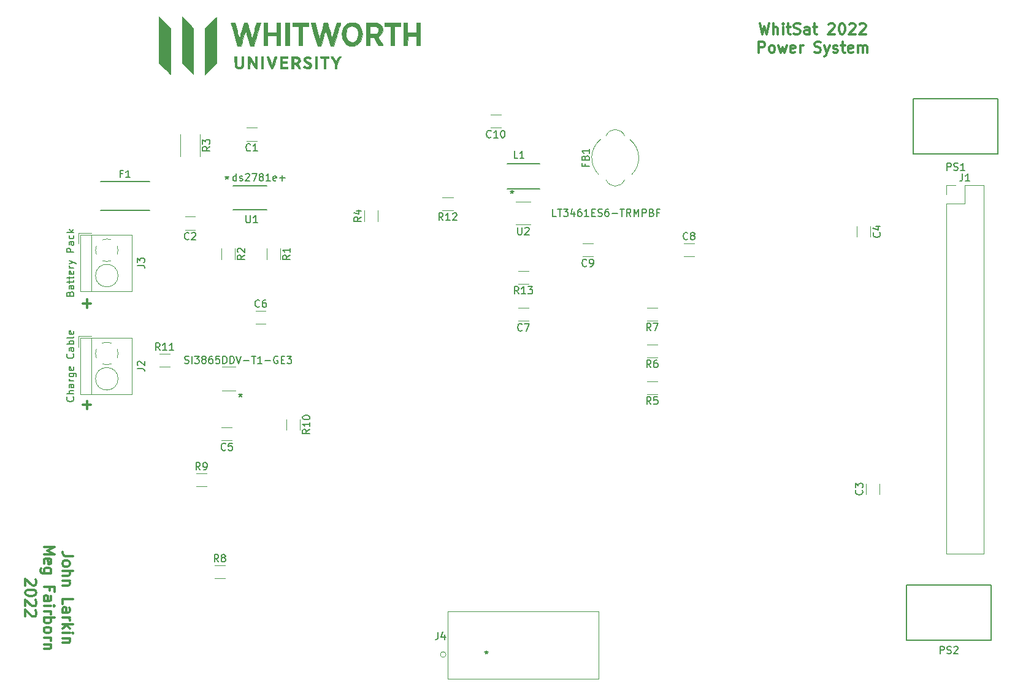
<source format=gto>
G04 #@! TF.GenerationSoftware,KiCad,Pcbnew,(5.1.10-1-10_14)*
G04 #@! TF.CreationDate,2021-12-21T22:20:50-08:00*
G04 #@! TF.ProjectId,power,706f7765-722e-46b6-9963-61645f706362,rev?*
G04 #@! TF.SameCoordinates,Original*
G04 #@! TF.FileFunction,Legend,Top*
G04 #@! TF.FilePolarity,Positive*
%FSLAX46Y46*%
G04 Gerber Fmt 4.6, Leading zero omitted, Abs format (unit mm)*
G04 Created by KiCad (PCBNEW (5.1.10-1-10_14)) date 2021-12-21 22:20:50*
%MOMM*%
%LPD*%
G01*
G04 APERTURE LIST*
%ADD10C,0.300000*%
%ADD11C,0.152400*%
%ADD12C,0.120000*%
%ADD13C,0.010000*%
%ADD14C,0.150000*%
%ADD15C,0.127000*%
G04 APERTURE END LIST*
D10*
X34428571Y-81107142D02*
X35571428Y-81107142D01*
X35000000Y-81678571D02*
X35000000Y-80535714D01*
X34428571Y-67107142D02*
X35571428Y-67107142D01*
X35000000Y-67678571D02*
X35000000Y-66535714D01*
X33121428Y-101964285D02*
X32050000Y-101964285D01*
X31835714Y-101892857D01*
X31692857Y-101750000D01*
X31621428Y-101535714D01*
X31621428Y-101392857D01*
X31621428Y-102892857D02*
X31692857Y-102750000D01*
X31764285Y-102678571D01*
X31907142Y-102607142D01*
X32335714Y-102607142D01*
X32478571Y-102678571D01*
X32550000Y-102750000D01*
X32621428Y-102892857D01*
X32621428Y-103107142D01*
X32550000Y-103250000D01*
X32478571Y-103321428D01*
X32335714Y-103392857D01*
X31907142Y-103392857D01*
X31764285Y-103321428D01*
X31692857Y-103250000D01*
X31621428Y-103107142D01*
X31621428Y-102892857D01*
X31621428Y-104035714D02*
X33121428Y-104035714D01*
X31621428Y-104678571D02*
X32407142Y-104678571D01*
X32550000Y-104607142D01*
X32621428Y-104464285D01*
X32621428Y-104250000D01*
X32550000Y-104107142D01*
X32478571Y-104035714D01*
X32621428Y-105392857D02*
X31621428Y-105392857D01*
X32478571Y-105392857D02*
X32550000Y-105464285D01*
X32621428Y-105607142D01*
X32621428Y-105821428D01*
X32550000Y-105964285D01*
X32407142Y-106035714D01*
X31621428Y-106035714D01*
X31621428Y-108607142D02*
X31621428Y-107892857D01*
X33121428Y-107892857D01*
X31621428Y-109750000D02*
X32407142Y-109750000D01*
X32550000Y-109678571D01*
X32621428Y-109535714D01*
X32621428Y-109250000D01*
X32550000Y-109107142D01*
X31692857Y-109750000D02*
X31621428Y-109607142D01*
X31621428Y-109250000D01*
X31692857Y-109107142D01*
X31835714Y-109035714D01*
X31978571Y-109035714D01*
X32121428Y-109107142D01*
X32192857Y-109250000D01*
X32192857Y-109607142D01*
X32264285Y-109750000D01*
X31621428Y-110464285D02*
X32621428Y-110464285D01*
X32335714Y-110464285D02*
X32478571Y-110535714D01*
X32550000Y-110607142D01*
X32621428Y-110750000D01*
X32621428Y-110892857D01*
X31621428Y-111392857D02*
X33121428Y-111392857D01*
X32192857Y-111535714D02*
X31621428Y-111964285D01*
X32621428Y-111964285D02*
X32050000Y-111392857D01*
X31621428Y-112607142D02*
X32621428Y-112607142D01*
X33121428Y-112607142D02*
X33050000Y-112535714D01*
X32978571Y-112607142D01*
X33050000Y-112678571D01*
X33121428Y-112607142D01*
X32978571Y-112607142D01*
X32621428Y-113321428D02*
X31621428Y-113321428D01*
X32478571Y-113321428D02*
X32550000Y-113392857D01*
X32621428Y-113535714D01*
X32621428Y-113750000D01*
X32550000Y-113892857D01*
X32407142Y-113964285D01*
X31621428Y-113964285D01*
X29071428Y-100714285D02*
X30571428Y-100714285D01*
X29500000Y-101214285D01*
X30571428Y-101714285D01*
X29071428Y-101714285D01*
X29142857Y-103000000D02*
X29071428Y-102857142D01*
X29071428Y-102571428D01*
X29142857Y-102428571D01*
X29285714Y-102357142D01*
X29857142Y-102357142D01*
X30000000Y-102428571D01*
X30071428Y-102571428D01*
X30071428Y-102857142D01*
X30000000Y-103000000D01*
X29857142Y-103071428D01*
X29714285Y-103071428D01*
X29571428Y-102357142D01*
X30071428Y-104357142D02*
X28857142Y-104357142D01*
X28714285Y-104285714D01*
X28642857Y-104214285D01*
X28571428Y-104071428D01*
X28571428Y-103857142D01*
X28642857Y-103714285D01*
X29142857Y-104357142D02*
X29071428Y-104214285D01*
X29071428Y-103928571D01*
X29142857Y-103785714D01*
X29214285Y-103714285D01*
X29357142Y-103642857D01*
X29785714Y-103642857D01*
X29928571Y-103714285D01*
X30000000Y-103785714D01*
X30071428Y-103928571D01*
X30071428Y-104214285D01*
X30000000Y-104357142D01*
X29857142Y-106714285D02*
X29857142Y-106214285D01*
X29071428Y-106214285D02*
X30571428Y-106214285D01*
X30571428Y-106928571D01*
X29071428Y-108142857D02*
X29857142Y-108142857D01*
X30000000Y-108071428D01*
X30071428Y-107928571D01*
X30071428Y-107642857D01*
X30000000Y-107500000D01*
X29142857Y-108142857D02*
X29071428Y-108000000D01*
X29071428Y-107642857D01*
X29142857Y-107500000D01*
X29285714Y-107428571D01*
X29428571Y-107428571D01*
X29571428Y-107500000D01*
X29642857Y-107642857D01*
X29642857Y-108000000D01*
X29714285Y-108142857D01*
X29071428Y-108857142D02*
X30071428Y-108857142D01*
X30571428Y-108857142D02*
X30500000Y-108785714D01*
X30428571Y-108857142D01*
X30500000Y-108928571D01*
X30571428Y-108857142D01*
X30428571Y-108857142D01*
X29071428Y-109571428D02*
X30071428Y-109571428D01*
X29785714Y-109571428D02*
X29928571Y-109642857D01*
X30000000Y-109714285D01*
X30071428Y-109857142D01*
X30071428Y-110000000D01*
X29071428Y-110500000D02*
X30571428Y-110500000D01*
X30000000Y-110500000D02*
X30071428Y-110642857D01*
X30071428Y-110928571D01*
X30000000Y-111071428D01*
X29928571Y-111142857D01*
X29785714Y-111214285D01*
X29357142Y-111214285D01*
X29214285Y-111142857D01*
X29142857Y-111071428D01*
X29071428Y-110928571D01*
X29071428Y-110642857D01*
X29142857Y-110500000D01*
X29071428Y-112071428D02*
X29142857Y-111928571D01*
X29214285Y-111857142D01*
X29357142Y-111785714D01*
X29785714Y-111785714D01*
X29928571Y-111857142D01*
X30000000Y-111928571D01*
X30071428Y-112071428D01*
X30071428Y-112285714D01*
X30000000Y-112428571D01*
X29928571Y-112500000D01*
X29785714Y-112571428D01*
X29357142Y-112571428D01*
X29214285Y-112500000D01*
X29142857Y-112428571D01*
X29071428Y-112285714D01*
X29071428Y-112071428D01*
X29071428Y-113214285D02*
X30071428Y-113214285D01*
X29785714Y-113214285D02*
X29928571Y-113285714D01*
X30000000Y-113357142D01*
X30071428Y-113500000D01*
X30071428Y-113642857D01*
X30071428Y-114142857D02*
X29071428Y-114142857D01*
X29928571Y-114142857D02*
X30000000Y-114214285D01*
X30071428Y-114357142D01*
X30071428Y-114571428D01*
X30000000Y-114714285D01*
X29857142Y-114785714D01*
X29071428Y-114785714D01*
X27878571Y-105178571D02*
X27950000Y-105250000D01*
X28021428Y-105392857D01*
X28021428Y-105750000D01*
X27950000Y-105892857D01*
X27878571Y-105964285D01*
X27735714Y-106035714D01*
X27592857Y-106035714D01*
X27378571Y-105964285D01*
X26521428Y-105107142D01*
X26521428Y-106035714D01*
X28021428Y-106964285D02*
X28021428Y-107107142D01*
X27950000Y-107250000D01*
X27878571Y-107321428D01*
X27735714Y-107392857D01*
X27450000Y-107464285D01*
X27092857Y-107464285D01*
X26807142Y-107392857D01*
X26664285Y-107321428D01*
X26592857Y-107250000D01*
X26521428Y-107107142D01*
X26521428Y-106964285D01*
X26592857Y-106821428D01*
X26664285Y-106750000D01*
X26807142Y-106678571D01*
X27092857Y-106607142D01*
X27450000Y-106607142D01*
X27735714Y-106678571D01*
X27878571Y-106750000D01*
X27950000Y-106821428D01*
X28021428Y-106964285D01*
X27878571Y-108035714D02*
X27950000Y-108107142D01*
X28021428Y-108250000D01*
X28021428Y-108607142D01*
X27950000Y-108750000D01*
X27878571Y-108821428D01*
X27735714Y-108892857D01*
X27592857Y-108892857D01*
X27378571Y-108821428D01*
X26521428Y-107964285D01*
X26521428Y-108892857D01*
X27878571Y-109464285D02*
X27950000Y-109535714D01*
X28021428Y-109678571D01*
X28021428Y-110035714D01*
X27950000Y-110178571D01*
X27878571Y-110250000D01*
X27735714Y-110321428D01*
X27592857Y-110321428D01*
X27378571Y-110250000D01*
X26521428Y-109392857D01*
X26521428Y-110321428D01*
X127892857Y-28403571D02*
X128250000Y-29903571D01*
X128535714Y-28832142D01*
X128821428Y-29903571D01*
X129178571Y-28403571D01*
X129750000Y-29903571D02*
X129750000Y-28403571D01*
X130392857Y-29903571D02*
X130392857Y-29117857D01*
X130321428Y-28975000D01*
X130178571Y-28903571D01*
X129964285Y-28903571D01*
X129821428Y-28975000D01*
X129750000Y-29046428D01*
X131107142Y-29903571D02*
X131107142Y-28903571D01*
X131107142Y-28403571D02*
X131035714Y-28475000D01*
X131107142Y-28546428D01*
X131178571Y-28475000D01*
X131107142Y-28403571D01*
X131107142Y-28546428D01*
X131607142Y-28903571D02*
X132178571Y-28903571D01*
X131821428Y-28403571D02*
X131821428Y-29689285D01*
X131892857Y-29832142D01*
X132035714Y-29903571D01*
X132178571Y-29903571D01*
X132607142Y-29832142D02*
X132821428Y-29903571D01*
X133178571Y-29903571D01*
X133321428Y-29832142D01*
X133392857Y-29760714D01*
X133464285Y-29617857D01*
X133464285Y-29475000D01*
X133392857Y-29332142D01*
X133321428Y-29260714D01*
X133178571Y-29189285D01*
X132892857Y-29117857D01*
X132750000Y-29046428D01*
X132678571Y-28975000D01*
X132607142Y-28832142D01*
X132607142Y-28689285D01*
X132678571Y-28546428D01*
X132750000Y-28475000D01*
X132892857Y-28403571D01*
X133250000Y-28403571D01*
X133464285Y-28475000D01*
X134750000Y-29903571D02*
X134750000Y-29117857D01*
X134678571Y-28975000D01*
X134535714Y-28903571D01*
X134250000Y-28903571D01*
X134107142Y-28975000D01*
X134750000Y-29832142D02*
X134607142Y-29903571D01*
X134250000Y-29903571D01*
X134107142Y-29832142D01*
X134035714Y-29689285D01*
X134035714Y-29546428D01*
X134107142Y-29403571D01*
X134250000Y-29332142D01*
X134607142Y-29332142D01*
X134750000Y-29260714D01*
X135250000Y-28903571D02*
X135821428Y-28903571D01*
X135464285Y-28403571D02*
X135464285Y-29689285D01*
X135535714Y-29832142D01*
X135678571Y-29903571D01*
X135821428Y-29903571D01*
X137392857Y-28546428D02*
X137464285Y-28475000D01*
X137607142Y-28403571D01*
X137964285Y-28403571D01*
X138107142Y-28475000D01*
X138178571Y-28546428D01*
X138250000Y-28689285D01*
X138250000Y-28832142D01*
X138178571Y-29046428D01*
X137321428Y-29903571D01*
X138250000Y-29903571D01*
X139178571Y-28403571D02*
X139321428Y-28403571D01*
X139464285Y-28475000D01*
X139535714Y-28546428D01*
X139607142Y-28689285D01*
X139678571Y-28975000D01*
X139678571Y-29332142D01*
X139607142Y-29617857D01*
X139535714Y-29760714D01*
X139464285Y-29832142D01*
X139321428Y-29903571D01*
X139178571Y-29903571D01*
X139035714Y-29832142D01*
X138964285Y-29760714D01*
X138892857Y-29617857D01*
X138821428Y-29332142D01*
X138821428Y-28975000D01*
X138892857Y-28689285D01*
X138964285Y-28546428D01*
X139035714Y-28475000D01*
X139178571Y-28403571D01*
X140250000Y-28546428D02*
X140321428Y-28475000D01*
X140464285Y-28403571D01*
X140821428Y-28403571D01*
X140964285Y-28475000D01*
X141035714Y-28546428D01*
X141107142Y-28689285D01*
X141107142Y-28832142D01*
X141035714Y-29046428D01*
X140178571Y-29903571D01*
X141107142Y-29903571D01*
X141678571Y-28546428D02*
X141750000Y-28475000D01*
X141892857Y-28403571D01*
X142250000Y-28403571D01*
X142392857Y-28475000D01*
X142464285Y-28546428D01*
X142535714Y-28689285D01*
X142535714Y-28832142D01*
X142464285Y-29046428D01*
X141607142Y-29903571D01*
X142535714Y-29903571D01*
X127749999Y-32453571D02*
X127749999Y-30953571D01*
X128321428Y-30953571D01*
X128464285Y-31025000D01*
X128535714Y-31096428D01*
X128607142Y-31239285D01*
X128607142Y-31453571D01*
X128535714Y-31596428D01*
X128464285Y-31667857D01*
X128321428Y-31739285D01*
X127749999Y-31739285D01*
X129464285Y-32453571D02*
X129321428Y-32382142D01*
X129249999Y-32310714D01*
X129178571Y-32167857D01*
X129178571Y-31739285D01*
X129249999Y-31596428D01*
X129321428Y-31525000D01*
X129464285Y-31453571D01*
X129678571Y-31453571D01*
X129821428Y-31525000D01*
X129892857Y-31596428D01*
X129964285Y-31739285D01*
X129964285Y-32167857D01*
X129892857Y-32310714D01*
X129821428Y-32382142D01*
X129678571Y-32453571D01*
X129464285Y-32453571D01*
X130464285Y-31453571D02*
X130749999Y-32453571D01*
X131035714Y-31739285D01*
X131321428Y-32453571D01*
X131607142Y-31453571D01*
X132749999Y-32382142D02*
X132607142Y-32453571D01*
X132321428Y-32453571D01*
X132178571Y-32382142D01*
X132107142Y-32239285D01*
X132107142Y-31667857D01*
X132178571Y-31525000D01*
X132321428Y-31453571D01*
X132607142Y-31453571D01*
X132749999Y-31525000D01*
X132821428Y-31667857D01*
X132821428Y-31810714D01*
X132107142Y-31953571D01*
X133464285Y-32453571D02*
X133464285Y-31453571D01*
X133464285Y-31739285D02*
X133535714Y-31596428D01*
X133607142Y-31525000D01*
X133749999Y-31453571D01*
X133892857Y-31453571D01*
X135464285Y-32382142D02*
X135678571Y-32453571D01*
X136035714Y-32453571D01*
X136178571Y-32382142D01*
X136250000Y-32310714D01*
X136321428Y-32167857D01*
X136321428Y-32025000D01*
X136250000Y-31882142D01*
X136178571Y-31810714D01*
X136035714Y-31739285D01*
X135750000Y-31667857D01*
X135607142Y-31596428D01*
X135535714Y-31525000D01*
X135464285Y-31382142D01*
X135464285Y-31239285D01*
X135535714Y-31096428D01*
X135607142Y-31025000D01*
X135750000Y-30953571D01*
X136107142Y-30953571D01*
X136321428Y-31025000D01*
X136821428Y-31453571D02*
X137178571Y-32453571D01*
X137535714Y-31453571D02*
X137178571Y-32453571D01*
X137035714Y-32810714D01*
X136964285Y-32882142D01*
X136821428Y-32953571D01*
X138035714Y-32382142D02*
X138178571Y-32453571D01*
X138464285Y-32453571D01*
X138607142Y-32382142D01*
X138678571Y-32239285D01*
X138678571Y-32167857D01*
X138607142Y-32025000D01*
X138464285Y-31953571D01*
X138250000Y-31953571D01*
X138107142Y-31882142D01*
X138035714Y-31739285D01*
X138035714Y-31667857D01*
X138107142Y-31525000D01*
X138250000Y-31453571D01*
X138464285Y-31453571D01*
X138607142Y-31525000D01*
X139107142Y-31453571D02*
X139678571Y-31453571D01*
X139321428Y-30953571D02*
X139321428Y-32239285D01*
X139392857Y-32382142D01*
X139535714Y-32453571D01*
X139678571Y-32453571D01*
X140750000Y-32382142D02*
X140607142Y-32453571D01*
X140321428Y-32453571D01*
X140178571Y-32382142D01*
X140107142Y-32239285D01*
X140107142Y-31667857D01*
X140178571Y-31525000D01*
X140321428Y-31453571D01*
X140607142Y-31453571D01*
X140750000Y-31525000D01*
X140821428Y-31667857D01*
X140821428Y-31810714D01*
X140107142Y-31953571D01*
X141464285Y-32453571D02*
X141464285Y-31453571D01*
X141464285Y-31596428D02*
X141535714Y-31525000D01*
X141678571Y-31453571D01*
X141892857Y-31453571D01*
X142035714Y-31525000D01*
X142107142Y-31667857D01*
X142107142Y-32453571D01*
X142107142Y-31667857D02*
X142178571Y-31525000D01*
X142321428Y-31453571D01*
X142535714Y-31453571D01*
X142678571Y-31525000D01*
X142750000Y-31667857D01*
X142750000Y-32453571D01*
D11*
X43628200Y-50268800D02*
X36871800Y-50268800D01*
X36871800Y-54231200D02*
X43628200Y-54231200D01*
D12*
X153610000Y-50740000D02*
X154940000Y-50740000D01*
X153610000Y-52070000D02*
X153610000Y-50740000D01*
X156210000Y-50740000D02*
X158810000Y-50740000D01*
X156210000Y-53340000D02*
X156210000Y-50740000D01*
X153610000Y-53340000D02*
X156210000Y-53340000D01*
X158810000Y-50740000D02*
X158810000Y-101660000D01*
X153610000Y-53340000D02*
X153610000Y-101660000D01*
X153610000Y-101660000D02*
X158810000Y-101660000D01*
D13*
G36*
X79256000Y-29681930D02*
G01*
X79880416Y-29670215D01*
X80504833Y-29658500D01*
X80528149Y-28325000D01*
X81034000Y-28325000D01*
X81034000Y-31500000D01*
X80528149Y-31500000D01*
X80504833Y-30166500D01*
X79277166Y-30166500D01*
X79253850Y-31500000D01*
X78748000Y-31500000D01*
X78748000Y-28325000D01*
X79256000Y-28325000D01*
X79256000Y-29681930D01*
G37*
X79256000Y-29681930D02*
X79880416Y-29670215D01*
X80504833Y-29658500D01*
X80528149Y-28325000D01*
X81034000Y-28325000D01*
X81034000Y-31500000D01*
X80528149Y-31500000D01*
X80504833Y-30166500D01*
X79277166Y-30166500D01*
X79253850Y-31500000D01*
X78748000Y-31500000D01*
X78748000Y-28325000D01*
X79256000Y-28325000D01*
X79256000Y-29681930D01*
G36*
X78324666Y-28833000D02*
G01*
X77478000Y-28833000D01*
X77478000Y-31500000D01*
X76970000Y-31500000D01*
X76970000Y-28833000D01*
X76123333Y-28833000D01*
X76123333Y-28325000D01*
X78324666Y-28325000D01*
X78324666Y-28833000D01*
G37*
X78324666Y-28833000D02*
X77478000Y-28833000D01*
X77478000Y-31500000D01*
X76970000Y-31500000D01*
X76970000Y-28833000D01*
X76123333Y-28833000D01*
X76123333Y-28325000D01*
X78324666Y-28325000D01*
X78324666Y-28833000D01*
G36*
X74564106Y-28328859D02*
G01*
X74825260Y-28342213D01*
X75030443Y-28367724D01*
X75193867Y-28408053D01*
X75329740Y-28465865D01*
X75452273Y-28543820D01*
X75469466Y-28556717D01*
X75644032Y-28739280D01*
X75756952Y-28962205D01*
X75809758Y-29209491D01*
X75803982Y-29465133D01*
X75741154Y-29713129D01*
X75622805Y-29937474D01*
X75450467Y-30122167D01*
X75310990Y-30212975D01*
X75228404Y-30263606D01*
X75192079Y-30301563D01*
X75192000Y-30302632D01*
X75212882Y-30346736D01*
X75270477Y-30449876D01*
X75357199Y-30598929D01*
X75465469Y-30780774D01*
X75530666Y-30888714D01*
X75647444Y-31082750D01*
X75746806Y-31250983D01*
X75821174Y-31380332D01*
X75862972Y-31457715D01*
X75869333Y-31473336D01*
X75830591Y-31486523D01*
X75728697Y-31496056D01*
X75585147Y-31499985D01*
X75575258Y-31500000D01*
X75281183Y-31500000D01*
X74951104Y-30949667D01*
X74621025Y-30399333D01*
X74091333Y-30399333D01*
X74091333Y-31500000D01*
X73541000Y-31500000D01*
X73541000Y-28833000D01*
X74091333Y-28833000D01*
X74091333Y-29891333D01*
X74497551Y-29891333D01*
X74717384Y-29886718D01*
X74871738Y-29871164D01*
X74979385Y-29842103D01*
X75026034Y-29819110D01*
X75163140Y-29692430D01*
X75247374Y-29519259D01*
X75272610Y-29323698D01*
X75232724Y-29129847D01*
X75212450Y-29085614D01*
X75136617Y-28977257D01*
X75030883Y-28903053D01*
X74880642Y-28857855D01*
X74671287Y-28836515D01*
X74495602Y-28833000D01*
X74091333Y-28833000D01*
X73541000Y-28833000D01*
X73541000Y-28325000D01*
X74232771Y-28325000D01*
X74564106Y-28328859D01*
G37*
X74564106Y-28328859D02*
X74825260Y-28342213D01*
X75030443Y-28367724D01*
X75193867Y-28408053D01*
X75329740Y-28465865D01*
X75452273Y-28543820D01*
X75469466Y-28556717D01*
X75644032Y-28739280D01*
X75756952Y-28962205D01*
X75809758Y-29209491D01*
X75803982Y-29465133D01*
X75741154Y-29713129D01*
X75622805Y-29937474D01*
X75450467Y-30122167D01*
X75310990Y-30212975D01*
X75228404Y-30263606D01*
X75192079Y-30301563D01*
X75192000Y-30302632D01*
X75212882Y-30346736D01*
X75270477Y-30449876D01*
X75357199Y-30598929D01*
X75465469Y-30780774D01*
X75530666Y-30888714D01*
X75647444Y-31082750D01*
X75746806Y-31250983D01*
X75821174Y-31380332D01*
X75862972Y-31457715D01*
X75869333Y-31473336D01*
X75830591Y-31486523D01*
X75728697Y-31496056D01*
X75585147Y-31499985D01*
X75575258Y-31500000D01*
X75281183Y-31500000D01*
X74951104Y-30949667D01*
X74621025Y-30399333D01*
X74091333Y-30399333D01*
X74091333Y-31500000D01*
X73541000Y-31500000D01*
X73541000Y-28833000D01*
X74091333Y-28833000D01*
X74091333Y-29891333D01*
X74497551Y-29891333D01*
X74717384Y-29886718D01*
X74871738Y-29871164D01*
X74979385Y-29842103D01*
X75026034Y-29819110D01*
X75163140Y-29692430D01*
X75247374Y-29519259D01*
X75272610Y-29323698D01*
X75232724Y-29129847D01*
X75212450Y-29085614D01*
X75136617Y-28977257D01*
X75030883Y-28903053D01*
X74880642Y-28857855D01*
X74671287Y-28836515D01*
X74495602Y-28833000D01*
X74091333Y-28833000D01*
X73541000Y-28833000D01*
X73541000Y-28325000D01*
X74232771Y-28325000D01*
X74564106Y-28328859D01*
G36*
X65616195Y-28568416D02*
G01*
X65603500Y-28811833D01*
X65190750Y-28823949D01*
X64778000Y-28836066D01*
X64778000Y-31500000D01*
X64227666Y-31500000D01*
X64227666Y-28836066D01*
X63814916Y-28823949D01*
X63402166Y-28811833D01*
X63389470Y-28568416D01*
X63376774Y-28325000D01*
X65628891Y-28325000D01*
X65616195Y-28568416D01*
G37*
X65616195Y-28568416D02*
X65603500Y-28811833D01*
X65190750Y-28823949D01*
X64778000Y-28836066D01*
X64778000Y-31500000D01*
X64227666Y-31500000D01*
X64227666Y-28836066D01*
X63814916Y-28823949D01*
X63402166Y-28811833D01*
X63389470Y-28568416D01*
X63376774Y-28325000D01*
X65628891Y-28325000D01*
X65616195Y-28568416D01*
G36*
X62957666Y-31500000D02*
G01*
X62407333Y-31500000D01*
X62407333Y-28325000D01*
X62957666Y-28325000D01*
X62957666Y-31500000D01*
G37*
X62957666Y-31500000D02*
X62407333Y-31500000D01*
X62407333Y-28325000D01*
X62957666Y-28325000D01*
X62957666Y-31500000D01*
G36*
X59952000Y-29679667D02*
G01*
X61179666Y-29679667D01*
X61179666Y-28325000D01*
X61730000Y-28325000D01*
X61730000Y-31500000D01*
X61179666Y-31500000D01*
X61179666Y-30145333D01*
X59952000Y-30145333D01*
X59952000Y-31500000D01*
X59401666Y-31500000D01*
X59401666Y-28325000D01*
X59952000Y-28325000D01*
X59952000Y-29679667D01*
G37*
X59952000Y-29679667D02*
X61179666Y-29679667D01*
X61179666Y-28325000D01*
X61730000Y-28325000D01*
X61730000Y-31500000D01*
X61179666Y-31500000D01*
X61179666Y-30145333D01*
X59952000Y-30145333D01*
X59952000Y-31500000D01*
X59401666Y-31500000D01*
X59401666Y-28325000D01*
X59952000Y-28325000D01*
X59952000Y-29679667D01*
G36*
X68113461Y-28331060D02*
G01*
X68190046Y-28353242D01*
X68223151Y-28397545D01*
X68223626Y-28399083D01*
X68240913Y-28459305D01*
X68277543Y-28588901D01*
X68330096Y-28775694D01*
X68395148Y-29007508D01*
X68469278Y-29272170D01*
X68524051Y-29468000D01*
X68602459Y-29747549D01*
X68674319Y-30001975D01*
X68736197Y-30219261D01*
X68784659Y-30387389D01*
X68816271Y-30494344D01*
X68826517Y-30526333D01*
X68843364Y-30504130D01*
X68878755Y-30409743D01*
X68929678Y-30252868D01*
X68993121Y-30043199D01*
X69066071Y-29790428D01*
X69145517Y-29504251D01*
X69155378Y-29468000D01*
X69459867Y-28346167D01*
X69743009Y-28333662D01*
X69898529Y-28330615D01*
X69982944Y-28340107D01*
X70009168Y-28364210D01*
X70007158Y-28375996D01*
X69992013Y-28426191D01*
X69956580Y-28546707D01*
X69904055Y-28726519D01*
X69837634Y-28954603D01*
X69760514Y-29219936D01*
X69675892Y-29511493D01*
X69586964Y-29818250D01*
X69496927Y-30129183D01*
X69408977Y-30433268D01*
X69326311Y-30719482D01*
X69252126Y-30976800D01*
X69189618Y-31194198D01*
X69159611Y-31298917D01*
X69089992Y-31542333D01*
X68608237Y-31542333D01*
X68292080Y-30443104D01*
X68208109Y-30156531D01*
X68130414Y-29901569D01*
X68062244Y-29688082D01*
X68006851Y-29525932D01*
X67967486Y-29424981D01*
X67947401Y-29395092D01*
X67946847Y-29395831D01*
X67926594Y-29451724D01*
X67885394Y-29582319D01*
X67825252Y-29780821D01*
X67748178Y-30040437D01*
X67656177Y-30354372D01*
X67551257Y-30715833D01*
X67435426Y-31118025D01*
X67353327Y-31404750D01*
X67326738Y-31482473D01*
X67288162Y-31523450D01*
X67213689Y-31539359D01*
X67079407Y-31541881D01*
X67072593Y-31541869D01*
X66831166Y-31541404D01*
X66390816Y-30007285D01*
X66290944Y-29659196D01*
X66197944Y-29334775D01*
X66114525Y-29043490D01*
X66043394Y-28794811D01*
X65987259Y-28598203D01*
X65948828Y-28463135D01*
X65930809Y-28399074D01*
X65930257Y-28397024D01*
X65927673Y-28357064D01*
X65957963Y-28335718D01*
X66037910Y-28329002D01*
X66184293Y-28332936D01*
X66197848Y-28333524D01*
X66485649Y-28346167D01*
X66782965Y-29458774D01*
X66861732Y-29747766D01*
X66934800Y-30004925D01*
X66999123Y-30220392D01*
X67051656Y-30384311D01*
X67089354Y-30486824D01*
X67109171Y-30518074D01*
X67109945Y-30517107D01*
X67130170Y-30460827D01*
X67168766Y-30336557D01*
X67221689Y-30157956D01*
X67284896Y-29938680D01*
X67354342Y-29692387D01*
X67357890Y-29679667D01*
X67432813Y-29411760D01*
X67506335Y-29150503D01*
X67572985Y-28915208D01*
X67627297Y-28725190D01*
X67660545Y-28610750D01*
X67744918Y-28325000D01*
X67973106Y-28325000D01*
X68113461Y-28331060D01*
G37*
X68113461Y-28331060D02*
X68190046Y-28353242D01*
X68223151Y-28397545D01*
X68223626Y-28399083D01*
X68240913Y-28459305D01*
X68277543Y-28588901D01*
X68330096Y-28775694D01*
X68395148Y-29007508D01*
X68469278Y-29272170D01*
X68524051Y-29468000D01*
X68602459Y-29747549D01*
X68674319Y-30001975D01*
X68736197Y-30219261D01*
X68784659Y-30387389D01*
X68816271Y-30494344D01*
X68826517Y-30526333D01*
X68843364Y-30504130D01*
X68878755Y-30409743D01*
X68929678Y-30252868D01*
X68993121Y-30043199D01*
X69066071Y-29790428D01*
X69145517Y-29504251D01*
X69155378Y-29468000D01*
X69459867Y-28346167D01*
X69743009Y-28333662D01*
X69898529Y-28330615D01*
X69982944Y-28340107D01*
X70009168Y-28364210D01*
X70007158Y-28375996D01*
X69992013Y-28426191D01*
X69956580Y-28546707D01*
X69904055Y-28726519D01*
X69837634Y-28954603D01*
X69760514Y-29219936D01*
X69675892Y-29511493D01*
X69586964Y-29818250D01*
X69496927Y-30129183D01*
X69408977Y-30433268D01*
X69326311Y-30719482D01*
X69252126Y-30976800D01*
X69189618Y-31194198D01*
X69159611Y-31298917D01*
X69089992Y-31542333D01*
X68608237Y-31542333D01*
X68292080Y-30443104D01*
X68208109Y-30156531D01*
X68130414Y-29901569D01*
X68062244Y-29688082D01*
X68006851Y-29525932D01*
X67967486Y-29424981D01*
X67947401Y-29395092D01*
X67946847Y-29395831D01*
X67926594Y-29451724D01*
X67885394Y-29582319D01*
X67825252Y-29780821D01*
X67748178Y-30040437D01*
X67656177Y-30354372D01*
X67551257Y-30715833D01*
X67435426Y-31118025D01*
X67353327Y-31404750D01*
X67326738Y-31482473D01*
X67288162Y-31523450D01*
X67213689Y-31539359D01*
X67079407Y-31541881D01*
X67072593Y-31541869D01*
X66831166Y-31541404D01*
X66390816Y-30007285D01*
X66290944Y-29659196D01*
X66197944Y-29334775D01*
X66114525Y-29043490D01*
X66043394Y-28794811D01*
X65987259Y-28598203D01*
X65948828Y-28463135D01*
X65930809Y-28399074D01*
X65930257Y-28397024D01*
X65927673Y-28357064D01*
X65957963Y-28335718D01*
X66037910Y-28329002D01*
X66184293Y-28332936D01*
X66197848Y-28333524D01*
X66485649Y-28346167D01*
X66782965Y-29458774D01*
X66861732Y-29747766D01*
X66934800Y-30004925D01*
X66999123Y-30220392D01*
X67051656Y-30384311D01*
X67089354Y-30486824D01*
X67109171Y-30518074D01*
X67109945Y-30517107D01*
X67130170Y-30460827D01*
X67168766Y-30336557D01*
X67221689Y-30157956D01*
X67284896Y-29938680D01*
X67354342Y-29692387D01*
X67357890Y-29679667D01*
X67432813Y-29411760D01*
X67506335Y-29150503D01*
X67572985Y-28915208D01*
X67627297Y-28725190D01*
X67660545Y-28610750D01*
X67744918Y-28325000D01*
X67973106Y-28325000D01*
X68113461Y-28331060D01*
G36*
X56881415Y-28323679D02*
G01*
X56926657Y-28325000D01*
X57154414Y-28325000D01*
X57237800Y-28610750D01*
X57275906Y-28743694D01*
X57331104Y-28939414D01*
X57398114Y-29179028D01*
X57471653Y-29443653D01*
X57542702Y-29700833D01*
X57612095Y-29949664D01*
X57675285Y-30170373D01*
X57728426Y-30349989D01*
X57767668Y-30475539D01*
X57789165Y-30534053D01*
X57790479Y-30536086D01*
X57807830Y-30505311D01*
X57843418Y-30402832D01*
X57894177Y-30238890D01*
X57957037Y-30023723D01*
X58028931Y-29767572D01*
X58106791Y-29480674D01*
X58107571Y-29477753D01*
X58186074Y-29186534D01*
X58258771Y-28922145D01*
X58322502Y-28695657D01*
X58374108Y-28518144D01*
X58410429Y-28400680D01*
X58428085Y-28354567D01*
X58483190Y-28338499D01*
X58596036Y-28331293D01*
X58713294Y-28333400D01*
X58968822Y-28346167D01*
X58508385Y-29933667D01*
X58406706Y-30284458D01*
X58312785Y-30608910D01*
X58229157Y-30898235D01*
X58158357Y-31143645D01*
X58102918Y-31336353D01*
X58065375Y-31467571D01*
X58048263Y-31528512D01*
X58047474Y-31531750D01*
X58008811Y-31537387D01*
X57909182Y-31541097D01*
X57803583Y-31542010D01*
X57560166Y-31541686D01*
X57244522Y-30441033D01*
X57160771Y-30154314D01*
X57083326Y-29899276D01*
X57015417Y-29685763D01*
X56960277Y-29523618D01*
X56921137Y-29422685D01*
X56901229Y-29392809D01*
X56900653Y-29393607D01*
X56880788Y-29449045D01*
X56841782Y-29572760D01*
X56787613Y-29751577D01*
X56722262Y-29972324D01*
X56649709Y-30221829D01*
X56635169Y-30272333D01*
X56558131Y-30539992D01*
X56484566Y-30794879D01*
X56419351Y-31020153D01*
X56367361Y-31198972D01*
X56333474Y-31314497D01*
X56331815Y-31320083D01*
X56265719Y-31542333D01*
X56023943Y-31541484D01*
X55782166Y-31540634D01*
X55340728Y-29985734D01*
X55241399Y-29636161D01*
X55148892Y-29311178D01*
X55065853Y-29020028D01*
X54994924Y-28771959D01*
X54938751Y-28576217D01*
X54899977Y-28442046D01*
X54881248Y-28378694D01*
X54880327Y-28375861D01*
X54889649Y-28346527D01*
X54952152Y-28332249D01*
X55080795Y-28330994D01*
X55150137Y-28333528D01*
X55438911Y-28346167D01*
X55735881Y-29456957D01*
X55814686Y-29747068D01*
X55887593Y-30006650D01*
X55951558Y-30225560D01*
X56003538Y-30393658D01*
X56040487Y-30500801D01*
X56059362Y-30536849D01*
X56059920Y-30536457D01*
X56078427Y-30488339D01*
X56115643Y-30370345D01*
X56168084Y-30194302D01*
X56232262Y-29972039D01*
X56304691Y-29715384D01*
X56349870Y-29552667D01*
X56445921Y-29202775D01*
X56521931Y-28925695D01*
X56581840Y-28713037D01*
X56629589Y-28556415D01*
X56669119Y-28447439D01*
X56704371Y-28377721D01*
X56739286Y-28338875D01*
X56777804Y-28322511D01*
X56823867Y-28320242D01*
X56881415Y-28323679D01*
G37*
X56881415Y-28323679D02*
X56926657Y-28325000D01*
X57154414Y-28325000D01*
X57237800Y-28610750D01*
X57275906Y-28743694D01*
X57331104Y-28939414D01*
X57398114Y-29179028D01*
X57471653Y-29443653D01*
X57542702Y-29700833D01*
X57612095Y-29949664D01*
X57675285Y-30170373D01*
X57728426Y-30349989D01*
X57767668Y-30475539D01*
X57789165Y-30534053D01*
X57790479Y-30536086D01*
X57807830Y-30505311D01*
X57843418Y-30402832D01*
X57894177Y-30238890D01*
X57957037Y-30023723D01*
X58028931Y-29767572D01*
X58106791Y-29480674D01*
X58107571Y-29477753D01*
X58186074Y-29186534D01*
X58258771Y-28922145D01*
X58322502Y-28695657D01*
X58374108Y-28518144D01*
X58410429Y-28400680D01*
X58428085Y-28354567D01*
X58483190Y-28338499D01*
X58596036Y-28331293D01*
X58713294Y-28333400D01*
X58968822Y-28346167D01*
X58508385Y-29933667D01*
X58406706Y-30284458D01*
X58312785Y-30608910D01*
X58229157Y-30898235D01*
X58158357Y-31143645D01*
X58102918Y-31336353D01*
X58065375Y-31467571D01*
X58048263Y-31528512D01*
X58047474Y-31531750D01*
X58008811Y-31537387D01*
X57909182Y-31541097D01*
X57803583Y-31542010D01*
X57560166Y-31541686D01*
X57244522Y-30441033D01*
X57160771Y-30154314D01*
X57083326Y-29899276D01*
X57015417Y-29685763D01*
X56960277Y-29523618D01*
X56921137Y-29422685D01*
X56901229Y-29392809D01*
X56900653Y-29393607D01*
X56880788Y-29449045D01*
X56841782Y-29572760D01*
X56787613Y-29751577D01*
X56722262Y-29972324D01*
X56649709Y-30221829D01*
X56635169Y-30272333D01*
X56558131Y-30539992D01*
X56484566Y-30794879D01*
X56419351Y-31020153D01*
X56367361Y-31198972D01*
X56333474Y-31314497D01*
X56331815Y-31320083D01*
X56265719Y-31542333D01*
X56023943Y-31541484D01*
X55782166Y-31540634D01*
X55340728Y-29985734D01*
X55241399Y-29636161D01*
X55148892Y-29311178D01*
X55065853Y-29020028D01*
X54994924Y-28771959D01*
X54938751Y-28576217D01*
X54899977Y-28442046D01*
X54881248Y-28378694D01*
X54880327Y-28375861D01*
X54889649Y-28346527D01*
X54952152Y-28332249D01*
X55080795Y-28330994D01*
X55150137Y-28333528D01*
X55438911Y-28346167D01*
X55735881Y-29456957D01*
X55814686Y-29747068D01*
X55887593Y-30006650D01*
X55951558Y-30225560D01*
X56003538Y-30393658D01*
X56040487Y-30500801D01*
X56059362Y-30536849D01*
X56059920Y-30536457D01*
X56078427Y-30488339D01*
X56115643Y-30370345D01*
X56168084Y-30194302D01*
X56232262Y-29972039D01*
X56304691Y-29715384D01*
X56349870Y-29552667D01*
X56445921Y-29202775D01*
X56521931Y-28925695D01*
X56581840Y-28713037D01*
X56629589Y-28556415D01*
X56669119Y-28447439D01*
X56704371Y-28377721D01*
X56739286Y-28338875D01*
X56777804Y-28322511D01*
X56823867Y-28320242D01*
X56881415Y-28323679D01*
G36*
X71832412Y-28298325D02*
G01*
X72110922Y-28370062D01*
X72364490Y-28513397D01*
X72498852Y-28624146D01*
X72730658Y-28892021D01*
X72896244Y-29207469D01*
X72993054Y-29562251D01*
X73018529Y-29948122D01*
X72994273Y-30220909D01*
X72907215Y-30598619D01*
X72767067Y-30911732D01*
X72572013Y-31163026D01*
X72320235Y-31355281D01*
X72216976Y-31409805D01*
X71937974Y-31514924D01*
X71662059Y-31555255D01*
X71356344Y-31535439D01*
X71341939Y-31533296D01*
X71056665Y-31448879D01*
X70793223Y-31292046D01*
X70565496Y-31074672D01*
X70387364Y-30808634D01*
X70320660Y-30659560D01*
X70254676Y-30418733D01*
X70214658Y-30132972D01*
X70209504Y-29998998D01*
X70757044Y-29998998D01*
X70784197Y-30261506D01*
X70844884Y-30481924D01*
X70848032Y-30489473D01*
X70982234Y-30719542D01*
X71162818Y-30902973D01*
X71316748Y-30997094D01*
X71532184Y-31064675D01*
X71735261Y-31057671D01*
X71911166Y-30996655D01*
X72132146Y-30853135D01*
X72294299Y-30652606D01*
X72398718Y-30392922D01*
X72446495Y-30071936D01*
X72450035Y-29937010D01*
X72422717Y-29584068D01*
X72343134Y-29293408D01*
X72212738Y-29066955D01*
X72032980Y-28906631D01*
X71805312Y-28814359D01*
X71584769Y-28790825D01*
X71338551Y-28828271D01*
X71132462Y-28940245D01*
X70966483Y-29126766D01*
X70840593Y-29387851D01*
X70808797Y-29487063D01*
X70764789Y-29729238D01*
X70757044Y-29998998D01*
X70209504Y-29998998D01*
X70203339Y-29838755D01*
X70223450Y-29572566D01*
X70234602Y-29510333D01*
X70345149Y-29146961D01*
X70511313Y-28842820D01*
X70729442Y-28601391D01*
X70995884Y-28426158D01*
X71306987Y-28320604D01*
X71511491Y-28292314D01*
X71832412Y-28298325D01*
G37*
X71832412Y-28298325D02*
X72110922Y-28370062D01*
X72364490Y-28513397D01*
X72498852Y-28624146D01*
X72730658Y-28892021D01*
X72896244Y-29207469D01*
X72993054Y-29562251D01*
X73018529Y-29948122D01*
X72994273Y-30220909D01*
X72907215Y-30598619D01*
X72767067Y-30911732D01*
X72572013Y-31163026D01*
X72320235Y-31355281D01*
X72216976Y-31409805D01*
X71937974Y-31514924D01*
X71662059Y-31555255D01*
X71356344Y-31535439D01*
X71341939Y-31533296D01*
X71056665Y-31448879D01*
X70793223Y-31292046D01*
X70565496Y-31074672D01*
X70387364Y-30808634D01*
X70320660Y-30659560D01*
X70254676Y-30418733D01*
X70214658Y-30132972D01*
X70209504Y-29998998D01*
X70757044Y-29998998D01*
X70784197Y-30261506D01*
X70844884Y-30481924D01*
X70848032Y-30489473D01*
X70982234Y-30719542D01*
X71162818Y-30902973D01*
X71316748Y-30997094D01*
X71532184Y-31064675D01*
X71735261Y-31057671D01*
X71911166Y-30996655D01*
X72132146Y-30853135D01*
X72294299Y-30652606D01*
X72398718Y-30392922D01*
X72446495Y-30071936D01*
X72450035Y-29937010D01*
X72422717Y-29584068D01*
X72343134Y-29293408D01*
X72212738Y-29066955D01*
X72032980Y-28906631D01*
X71805312Y-28814359D01*
X71584769Y-28790825D01*
X71338551Y-28828271D01*
X71132462Y-28940245D01*
X70966483Y-29126766D01*
X70840593Y-29387851D01*
X70808797Y-29487063D01*
X70764789Y-29729238D01*
X70757044Y-29998998D01*
X70209504Y-29998998D01*
X70203339Y-29838755D01*
X70223450Y-29572566D01*
X70234602Y-29510333D01*
X70345149Y-29146961D01*
X70511313Y-28842820D01*
X70729442Y-28601391D01*
X70995884Y-28426158D01*
X71306987Y-28320604D01*
X71511491Y-28292314D01*
X71832412Y-28298325D01*
G36*
X70001187Y-33119250D02*
G01*
X69949295Y-33216764D01*
X69869135Y-33363385D01*
X69774183Y-33534561D01*
X69724934Y-33622466D01*
X69630285Y-33794205D01*
X69570292Y-33919938D01*
X69537066Y-34026863D01*
X69522723Y-34142177D01*
X69519377Y-34293078D01*
X69519333Y-34331550D01*
X69519333Y-34675000D01*
X69223000Y-34675000D01*
X69223000Y-33997101D01*
X68947833Y-33512413D01*
X68845690Y-33330840D01*
X68760715Y-33176636D01*
X68700714Y-33064200D01*
X68673491Y-33007933D01*
X68672666Y-33004696D01*
X68710100Y-32990002D01*
X68802907Y-32982453D01*
X68831416Y-32982168D01*
X68906338Y-32985374D01*
X68962217Y-33003816D01*
X69012575Y-33051575D01*
X69070929Y-33142734D01*
X69150799Y-33291372D01*
X69177550Y-33342694D01*
X69364933Y-33702717D01*
X69482794Y-33500942D01*
X69566310Y-33350935D01*
X69643909Y-33200264D01*
X69672256Y-33140417D01*
X69727350Y-33037688D01*
X69789822Y-32992425D01*
X69893668Y-32981718D01*
X69907849Y-32981667D01*
X70071840Y-32981667D01*
X70001187Y-33119250D01*
G37*
X70001187Y-33119250D02*
X69949295Y-33216764D01*
X69869135Y-33363385D01*
X69774183Y-33534561D01*
X69724934Y-33622466D01*
X69630285Y-33794205D01*
X69570292Y-33919938D01*
X69537066Y-34026863D01*
X69522723Y-34142177D01*
X69519377Y-34293078D01*
X69519333Y-34331550D01*
X69519333Y-34675000D01*
X69223000Y-34675000D01*
X69223000Y-33997101D01*
X68947833Y-33512413D01*
X68845690Y-33330840D01*
X68760715Y-33176636D01*
X68700714Y-33064200D01*
X68673491Y-33007933D01*
X68672666Y-33004696D01*
X68710100Y-32990002D01*
X68802907Y-32982453D01*
X68831416Y-32982168D01*
X68906338Y-32985374D01*
X68962217Y-33003816D01*
X69012575Y-33051575D01*
X69070929Y-33142734D01*
X69150799Y-33291372D01*
X69177550Y-33342694D01*
X69364933Y-33702717D01*
X69482794Y-33500942D01*
X69566310Y-33350935D01*
X69643909Y-33200264D01*
X69672256Y-33140417D01*
X69727350Y-33037688D01*
X69789822Y-32992425D01*
X69893668Y-32981718D01*
X69907849Y-32981667D01*
X70071840Y-32981667D01*
X70001187Y-33119250D01*
G36*
X68418666Y-33106454D02*
G01*
X68413634Y-33179334D01*
X68384356Y-33218049D01*
X68309561Y-33235769D01*
X68196416Y-33244038D01*
X67974166Y-33256833D01*
X67962559Y-33965917D01*
X67950952Y-34675000D01*
X67701047Y-34675000D01*
X67689440Y-33965917D01*
X67677833Y-33256833D01*
X67455583Y-33244038D01*
X67326298Y-33233769D01*
X67260348Y-33213533D01*
X67236458Y-33170162D01*
X67233333Y-33106454D01*
X67233333Y-32981667D01*
X68418666Y-32981667D01*
X68418666Y-33106454D01*
G37*
X68418666Y-33106454D02*
X68413634Y-33179334D01*
X68384356Y-33218049D01*
X68309561Y-33235769D01*
X68196416Y-33244038D01*
X67974166Y-33256833D01*
X67962559Y-33965917D01*
X67950952Y-34675000D01*
X67701047Y-34675000D01*
X67689440Y-33965917D01*
X67677833Y-33256833D01*
X67455583Y-33244038D01*
X67326298Y-33233769D01*
X67260348Y-33213533D01*
X67236458Y-33170162D01*
X67233333Y-33106454D01*
X67233333Y-32981667D01*
X68418666Y-32981667D01*
X68418666Y-33106454D01*
G36*
X66810000Y-34675000D02*
G01*
X66513666Y-34675000D01*
X66513666Y-32981667D01*
X66810000Y-32981667D01*
X66810000Y-34675000D01*
G37*
X66810000Y-34675000D02*
X66513666Y-34675000D01*
X66513666Y-32981667D01*
X66810000Y-32981667D01*
X66810000Y-34675000D01*
G36*
X63695535Y-32988396D02*
G01*
X63950372Y-33004374D01*
X64135711Y-33037754D01*
X64266086Y-33095586D01*
X64356031Y-33184923D01*
X64420080Y-33312815D01*
X64431706Y-33345543D01*
X64460799Y-33553480D01*
X64409630Y-33748915D01*
X64282561Y-33916523D01*
X64264936Y-33931931D01*
X64134401Y-34041769D01*
X64308034Y-34334035D01*
X64389089Y-34473604D01*
X64449937Y-34584342D01*
X64480127Y-34647039D01*
X64481666Y-34653206D01*
X64444503Y-34667443D01*
X64352447Y-34668852D01*
X64325135Y-34666972D01*
X64242045Y-34654043D01*
X64177780Y-34621068D01*
X64114734Y-34551989D01*
X64035304Y-34430754D01*
X63997411Y-34368083D01*
X63907383Y-34223258D01*
X63841375Y-34137591D01*
X63782935Y-34095875D01*
X63715609Y-34082900D01*
X63688276Y-34082333D01*
X63550333Y-34082333D01*
X63550333Y-34675000D01*
X63254000Y-34675000D01*
X63254000Y-33828333D01*
X63550333Y-33828333D01*
X63763924Y-33828333D01*
X63912903Y-33818168D01*
X64014094Y-33779980D01*
X64081424Y-33724424D01*
X64170123Y-33594673D01*
X64180219Y-33472034D01*
X64117730Y-33366415D01*
X63988674Y-33287719D01*
X63799068Y-33245851D01*
X63790199Y-33245074D01*
X63550333Y-33225182D01*
X63550333Y-33828333D01*
X63254000Y-33828333D01*
X63254000Y-32973960D01*
X63695535Y-32988396D01*
G37*
X63695535Y-32988396D02*
X63950372Y-33004374D01*
X64135711Y-33037754D01*
X64266086Y-33095586D01*
X64356031Y-33184923D01*
X64420080Y-33312815D01*
X64431706Y-33345543D01*
X64460799Y-33553480D01*
X64409630Y-33748915D01*
X64282561Y-33916523D01*
X64264936Y-33931931D01*
X64134401Y-34041769D01*
X64308034Y-34334035D01*
X64389089Y-34473604D01*
X64449937Y-34584342D01*
X64480127Y-34647039D01*
X64481666Y-34653206D01*
X64444503Y-34667443D01*
X64352447Y-34668852D01*
X64325135Y-34666972D01*
X64242045Y-34654043D01*
X64177780Y-34621068D01*
X64114734Y-34551989D01*
X64035304Y-34430754D01*
X63997411Y-34368083D01*
X63907383Y-34223258D01*
X63841375Y-34137591D01*
X63782935Y-34095875D01*
X63715609Y-34082900D01*
X63688276Y-34082333D01*
X63550333Y-34082333D01*
X63550333Y-34675000D01*
X63254000Y-34675000D01*
X63254000Y-33828333D01*
X63550333Y-33828333D01*
X63763924Y-33828333D01*
X63912903Y-33818168D01*
X64014094Y-33779980D01*
X64081424Y-33724424D01*
X64170123Y-33594673D01*
X64180219Y-33472034D01*
X64117730Y-33366415D01*
X63988674Y-33287719D01*
X63799068Y-33245851D01*
X63790199Y-33245074D01*
X63550333Y-33225182D01*
X63550333Y-33828333D01*
X63254000Y-33828333D01*
X63254000Y-32973960D01*
X63695535Y-32988396D01*
G36*
X62746000Y-33235667D02*
G01*
X61984000Y-33235667D01*
X61984000Y-33701333D01*
X62661333Y-33701333D01*
X62661333Y-33955333D01*
X61984000Y-33955333D01*
X61984000Y-34421000D01*
X62746000Y-34421000D01*
X62746000Y-34675000D01*
X61687666Y-34675000D01*
X61687666Y-32981667D01*
X62746000Y-32981667D01*
X62746000Y-33235667D01*
G37*
X62746000Y-33235667D02*
X61984000Y-33235667D01*
X61984000Y-33701333D01*
X62661333Y-33701333D01*
X62661333Y-33955333D01*
X61984000Y-33955333D01*
X61984000Y-34421000D01*
X62746000Y-34421000D01*
X62746000Y-34675000D01*
X61687666Y-34675000D01*
X61687666Y-32981667D01*
X62746000Y-32981667D01*
X62746000Y-33235667D01*
G36*
X61176480Y-32991178D02*
G01*
X61221429Y-33014404D01*
X61222000Y-33017650D01*
X61209112Y-33064918D01*
X61173823Y-33177156D01*
X61121193Y-33339246D01*
X61056286Y-33536067D01*
X60984161Y-33752502D01*
X60909881Y-33973431D01*
X60838507Y-34183736D01*
X60775100Y-34368298D01*
X60724722Y-34511997D01*
X60692434Y-34599716D01*
X60691960Y-34600917D01*
X60623958Y-34661133D01*
X60527714Y-34675000D01*
X60392820Y-34675000D01*
X60122879Y-33881250D01*
X60038879Y-33634339D01*
X59963524Y-33413014D01*
X59901320Y-33230488D01*
X59856771Y-33099978D01*
X59834379Y-33034698D01*
X59833330Y-33031692D01*
X59843400Y-32995624D01*
X59917456Y-32986069D01*
X59974223Y-32989358D01*
X60134723Y-33002833D01*
X60333495Y-33616667D01*
X60407673Y-33848137D01*
X60463502Y-34012906D01*
X60507580Y-34109094D01*
X60546504Y-34134822D01*
X60586873Y-34088208D01*
X60635283Y-33967373D01*
X60698332Y-33770438D01*
X60782618Y-33495521D01*
X60784933Y-33488027D01*
X60941381Y-32981667D01*
X61081690Y-32981667D01*
X61176480Y-32991178D01*
G37*
X61176480Y-32991178D02*
X61221429Y-33014404D01*
X61222000Y-33017650D01*
X61209112Y-33064918D01*
X61173823Y-33177156D01*
X61121193Y-33339246D01*
X61056286Y-33536067D01*
X60984161Y-33752502D01*
X60909881Y-33973431D01*
X60838507Y-34183736D01*
X60775100Y-34368298D01*
X60724722Y-34511997D01*
X60692434Y-34599716D01*
X60691960Y-34600917D01*
X60623958Y-34661133D01*
X60527714Y-34675000D01*
X60392820Y-34675000D01*
X60122879Y-33881250D01*
X60038879Y-33634339D01*
X59963524Y-33413014D01*
X59901320Y-33230488D01*
X59856771Y-33099978D01*
X59834379Y-33034698D01*
X59833330Y-33031692D01*
X59843400Y-32995624D01*
X59917456Y-32986069D01*
X59974223Y-32989358D01*
X60134723Y-33002833D01*
X60333495Y-33616667D01*
X60407673Y-33848137D01*
X60463502Y-34012906D01*
X60507580Y-34109094D01*
X60546504Y-34134822D01*
X60586873Y-34088208D01*
X60635283Y-33967373D01*
X60698332Y-33770438D01*
X60782618Y-33495521D01*
X60784933Y-33488027D01*
X60941381Y-32981667D01*
X61081690Y-32981667D01*
X61176480Y-32991178D01*
G36*
X59359333Y-34675000D02*
G01*
X59105333Y-34675000D01*
X59105333Y-32981667D01*
X59359333Y-32981667D01*
X59359333Y-34675000D01*
G37*
X59359333Y-34675000D02*
X59105333Y-34675000D01*
X59105333Y-32981667D01*
X59359333Y-32981667D01*
X59359333Y-34675000D01*
G36*
X57414975Y-32988258D02*
G01*
X57465727Y-33014971D01*
X57525231Y-33072209D01*
X57602725Y-33170376D01*
X57707448Y-33319878D01*
X57839986Y-33518050D01*
X58195166Y-34054434D01*
X58207014Y-33518050D01*
X58218862Y-32981667D01*
X58512666Y-32981667D01*
X58512666Y-34675000D01*
X58385845Y-34675000D01*
X58334059Y-34669482D01*
X58284280Y-34646098D01*
X58227354Y-34594606D01*
X58154125Y-34504761D01*
X58055437Y-34366322D01*
X57922134Y-34169043D01*
X57888429Y-34118494D01*
X57517833Y-33561988D01*
X57494209Y-34675000D01*
X57242666Y-34675000D01*
X57242666Y-32981667D01*
X57363736Y-32981667D01*
X57414975Y-32988258D01*
G37*
X57414975Y-32988258D02*
X57465727Y-33014971D01*
X57525231Y-33072209D01*
X57602725Y-33170376D01*
X57707448Y-33319878D01*
X57839986Y-33518050D01*
X58195166Y-34054434D01*
X58207014Y-33518050D01*
X58218862Y-32981667D01*
X58512666Y-32981667D01*
X58512666Y-34675000D01*
X58385845Y-34675000D01*
X58334059Y-34669482D01*
X58284280Y-34646098D01*
X58227354Y-34594606D01*
X58154125Y-34504761D01*
X58055437Y-34366322D01*
X57922134Y-34169043D01*
X57888429Y-34118494D01*
X57517833Y-33561988D01*
X57494209Y-34675000D01*
X57242666Y-34675000D01*
X57242666Y-32981667D01*
X57363736Y-32981667D01*
X57414975Y-32988258D01*
G36*
X65596332Y-32995690D02*
G01*
X65750388Y-33032412D01*
X65876093Y-33083814D01*
X65951392Y-33141876D01*
X65963333Y-33173446D01*
X65934602Y-33236686D01*
X65881258Y-33296821D01*
X65814362Y-33345707D01*
X65755984Y-33337615D01*
X65702505Y-33303382D01*
X65586518Y-33254308D01*
X65447817Y-33237822D01*
X65320832Y-33254281D01*
X65244122Y-33298617D01*
X65204939Y-33400920D01*
X65242621Y-33508071D01*
X65350983Y-33608446D01*
X65433293Y-33654144D01*
X65550086Y-33706076D01*
X65634889Y-33738381D01*
X65657554Y-33743667D01*
X65708250Y-33768670D01*
X65794920Y-33831372D01*
X65830210Y-33860083D01*
X65941756Y-34001121D01*
X65994873Y-34172519D01*
X65983113Y-34345372D01*
X65954408Y-34416919D01*
X65830428Y-34563919D01*
X65654646Y-34660711D01*
X65448810Y-34699029D01*
X65264833Y-34679039D01*
X65137144Y-34636779D01*
X65011327Y-34579742D01*
X64912049Y-34520938D01*
X64863978Y-34473377D01*
X64862666Y-34466936D01*
X64886964Y-34410570D01*
X64941333Y-34333231D01*
X65019999Y-34236082D01*
X65137542Y-34328541D01*
X65258042Y-34389959D01*
X65403908Y-34419621D01*
X65544144Y-34415690D01*
X65647757Y-34376327D01*
X65665066Y-34359830D01*
X65713424Y-34266549D01*
X65694231Y-34176789D01*
X65602896Y-34084318D01*
X65434826Y-33982903D01*
X65359728Y-33945442D01*
X65141380Y-33824060D01*
X64999300Y-33702197D01*
X64925701Y-33569233D01*
X64912791Y-33414551D01*
X64922011Y-33348761D01*
X64993079Y-33175129D01*
X65127218Y-33053979D01*
X65317376Y-32990350D01*
X65435978Y-32981667D01*
X65596332Y-32995690D01*
G37*
X65596332Y-32995690D02*
X65750388Y-33032412D01*
X65876093Y-33083814D01*
X65951392Y-33141876D01*
X65963333Y-33173446D01*
X65934602Y-33236686D01*
X65881258Y-33296821D01*
X65814362Y-33345707D01*
X65755984Y-33337615D01*
X65702505Y-33303382D01*
X65586518Y-33254308D01*
X65447817Y-33237822D01*
X65320832Y-33254281D01*
X65244122Y-33298617D01*
X65204939Y-33400920D01*
X65242621Y-33508071D01*
X65350983Y-33608446D01*
X65433293Y-33654144D01*
X65550086Y-33706076D01*
X65634889Y-33738381D01*
X65657554Y-33743667D01*
X65708250Y-33768670D01*
X65794920Y-33831372D01*
X65830210Y-33860083D01*
X65941756Y-34001121D01*
X65994873Y-34172519D01*
X65983113Y-34345372D01*
X65954408Y-34416919D01*
X65830428Y-34563919D01*
X65654646Y-34660711D01*
X65448810Y-34699029D01*
X65264833Y-34679039D01*
X65137144Y-34636779D01*
X65011327Y-34579742D01*
X64912049Y-34520938D01*
X64863978Y-34473377D01*
X64862666Y-34466936D01*
X64886964Y-34410570D01*
X64941333Y-34333231D01*
X65019999Y-34236082D01*
X65137542Y-34328541D01*
X65258042Y-34389959D01*
X65403908Y-34419621D01*
X65544144Y-34415690D01*
X65647757Y-34376327D01*
X65665066Y-34359830D01*
X65713424Y-34266549D01*
X65694231Y-34176789D01*
X65602896Y-34084318D01*
X65434826Y-33982903D01*
X65359728Y-33945442D01*
X65141380Y-33824060D01*
X64999300Y-33702197D01*
X64925701Y-33569233D01*
X64912791Y-33414551D01*
X64922011Y-33348761D01*
X64993079Y-33175129D01*
X65127218Y-33053979D01*
X65317376Y-32990350D01*
X65435978Y-32981667D01*
X65596332Y-32995690D01*
G36*
X55683866Y-33612356D02*
G01*
X55690474Y-33862199D01*
X55699027Y-34041760D01*
X55711409Y-34165420D01*
X55729503Y-34247565D01*
X55755195Y-34302577D01*
X55778144Y-34332022D01*
X55892947Y-34402446D01*
X56040455Y-34422356D01*
X56185199Y-34391441D01*
X56269000Y-34336333D01*
X56301876Y-34296700D01*
X56324991Y-34244856D01*
X56340036Y-34166424D01*
X56348702Y-34047029D01*
X56352681Y-33872292D01*
X56353665Y-33627836D01*
X56353666Y-33616667D01*
X56353666Y-32981667D01*
X56650000Y-32981667D01*
X56649934Y-33606083D01*
X56646098Y-33900501D01*
X56632305Y-34124309D01*
X56605016Y-34291321D01*
X56560694Y-34415349D01*
X56495801Y-34510207D01*
X56406800Y-34589708D01*
X56396000Y-34597664D01*
X56221782Y-34677005D01*
X56014179Y-34700372D01*
X55804951Y-34665863D01*
X55732057Y-34637382D01*
X55620722Y-34576679D01*
X55537266Y-34504416D01*
X55477316Y-34407769D01*
X55436503Y-34273916D01*
X55410453Y-34090035D01*
X55394798Y-33843303D01*
X55387706Y-33627250D01*
X55370953Y-32981667D01*
X55670233Y-32981667D01*
X55683866Y-33612356D01*
G37*
X55683866Y-33612356D02*
X55690474Y-33862199D01*
X55699027Y-34041760D01*
X55711409Y-34165420D01*
X55729503Y-34247565D01*
X55755195Y-34302577D01*
X55778144Y-34332022D01*
X55892947Y-34402446D01*
X56040455Y-34422356D01*
X56185199Y-34391441D01*
X56269000Y-34336333D01*
X56301876Y-34296700D01*
X56324991Y-34244856D01*
X56340036Y-34166424D01*
X56348702Y-34047029D01*
X56352681Y-33872292D01*
X56353665Y-33627836D01*
X56353666Y-33616667D01*
X56353666Y-32981667D01*
X56650000Y-32981667D01*
X56649934Y-33606083D01*
X56646098Y-33900501D01*
X56632305Y-34124309D01*
X56605016Y-34291321D01*
X56560694Y-34415349D01*
X56495801Y-34510207D01*
X56406800Y-34589708D01*
X56396000Y-34597664D01*
X56221782Y-34677005D01*
X56014179Y-34700372D01*
X55804951Y-34665863D01*
X55732057Y-34637382D01*
X55620722Y-34576679D01*
X55537266Y-34504416D01*
X55477316Y-34407769D01*
X55436503Y-34273916D01*
X55410453Y-34090035D01*
X55394798Y-33843303D01*
X55387706Y-33627250D01*
X55370953Y-32981667D01*
X55670233Y-32981667D01*
X55683866Y-33612356D01*
G36*
X48924437Y-28283219D02*
G01*
X49707874Y-29066656D01*
X49697020Y-32252263D01*
X49686166Y-35437869D01*
X48141000Y-33890997D01*
X48141000Y-27499783D01*
X48924437Y-28283219D01*
G37*
X48924437Y-28283219D02*
X49707874Y-29066656D01*
X49697020Y-32252263D01*
X49686166Y-35437869D01*
X48141000Y-33890997D01*
X48141000Y-27499783D01*
X48924437Y-28283219D01*
G36*
X45750593Y-28292760D02*
G01*
X46532333Y-29086020D01*
X46532333Y-32261510D01*
X46532190Y-32771683D01*
X46531776Y-33256498D01*
X46531114Y-33709410D01*
X46530226Y-34123875D01*
X46529135Y-34493350D01*
X46527865Y-34811290D01*
X46526436Y-35071153D01*
X46524874Y-35266393D01*
X46523199Y-35390467D01*
X46521434Y-35436832D01*
X46521320Y-35437000D01*
X46489705Y-35408320D01*
X46406366Y-35327557D01*
X46279317Y-35202620D01*
X46116575Y-35041422D01*
X45926156Y-34851875D01*
X45738154Y-34663999D01*
X44966000Y-33890997D01*
X44967426Y-30695249D01*
X44968853Y-27499501D01*
X45750593Y-28292760D01*
G37*
X45750593Y-28292760D02*
X46532333Y-29086020D01*
X46532333Y-32261510D01*
X46532190Y-32771683D01*
X46531776Y-33256498D01*
X46531114Y-33709410D01*
X46530226Y-34123875D01*
X46529135Y-34493350D01*
X46527865Y-34811290D01*
X46526436Y-35071153D01*
X46524874Y-35266393D01*
X46523199Y-35390467D01*
X46521434Y-35436832D01*
X46521320Y-35437000D01*
X46489705Y-35408320D01*
X46406366Y-35327557D01*
X46279317Y-35202620D01*
X46116575Y-35041422D01*
X45926156Y-34851875D01*
X45738154Y-34663999D01*
X44966000Y-33890997D01*
X44967426Y-30695249D01*
X44968853Y-27499501D01*
X45750593Y-28292760D01*
G36*
X52898378Y-27604240D02*
G01*
X52903171Y-27723589D01*
X52907647Y-27914490D01*
X52911742Y-28170383D01*
X52915391Y-28484713D01*
X52918528Y-28850921D01*
X52921090Y-29262450D01*
X52923009Y-29712741D01*
X52924223Y-30195238D01*
X52924665Y-30703383D01*
X52924666Y-30725180D01*
X52924666Y-33887360D01*
X52120633Y-34693930D01*
X51316599Y-35500500D01*
X51316299Y-32303904D01*
X51316000Y-29107308D01*
X52089001Y-28335154D01*
X52298722Y-28126827D01*
X52489242Y-27939795D01*
X52652292Y-27781996D01*
X52779604Y-27661366D01*
X52862909Y-27585845D01*
X52893334Y-27563000D01*
X52898378Y-27604240D01*
G37*
X52898378Y-27604240D02*
X52903171Y-27723589D01*
X52907647Y-27914490D01*
X52911742Y-28170383D01*
X52915391Y-28484713D01*
X52918528Y-28850921D01*
X52921090Y-29262450D01*
X52923009Y-29712741D01*
X52924223Y-30195238D01*
X52924665Y-30703383D01*
X52924666Y-30725180D01*
X52924666Y-33887360D01*
X52120633Y-34693930D01*
X51316599Y-35500500D01*
X51316299Y-32303904D01*
X51316000Y-29107308D01*
X52089001Y-28335154D01*
X52298722Y-28126827D01*
X52489242Y-27939795D01*
X52652292Y-27781996D01*
X52779604Y-27661366D01*
X52862909Y-27585845D01*
X52893334Y-27563000D01*
X52898378Y-27604240D01*
D12*
X39305000Y-77500000D02*
G75*
G03*
X39305000Y-77500000I-1555000J0D01*
G01*
X35650000Y-71840000D02*
X35650000Y-79660000D01*
X41210000Y-71840000D02*
X41210000Y-79660000D01*
X34090000Y-71840000D02*
X34090000Y-79660000D01*
X41210000Y-71840000D02*
X34090000Y-71840000D01*
X41210000Y-79660000D02*
X34090000Y-79660000D01*
X35590000Y-71600000D02*
X33850000Y-71600000D01*
X33850000Y-71600000D02*
X33850000Y-73100000D01*
X36318615Y-74607587D02*
G75*
G02*
X36195000Y-74000000I1431385J607587D01*
G01*
X38357742Y-75432109D02*
G75*
G02*
X37142000Y-75432000I-607742J1432109D01*
G01*
X39182109Y-73392258D02*
G75*
G02*
X39182000Y-74608000I-1432109J-607742D01*
G01*
X37142258Y-72567891D02*
G75*
G02*
X38358000Y-72568000I607742J-1432109D01*
G01*
X36194508Y-74027011D02*
G75*
G02*
X36318000Y-73392000I1555492J27011D01*
G01*
X33850000Y-57350000D02*
X33850000Y-58850000D01*
X35590000Y-57350000D02*
X33850000Y-57350000D01*
X41210000Y-65410000D02*
X34090000Y-65410000D01*
X41210000Y-57590000D02*
X34090000Y-57590000D01*
X34090000Y-57590000D02*
X34090000Y-65410000D01*
X41210000Y-57590000D02*
X41210000Y-65410000D01*
X35650000Y-57590000D02*
X35650000Y-65410000D01*
X39305000Y-63250000D02*
G75*
G03*
X39305000Y-63250000I-1555000J0D01*
G01*
X36194508Y-59777011D02*
G75*
G02*
X36318000Y-59142000I1555492J27011D01*
G01*
X37142258Y-58317891D02*
G75*
G02*
X38358000Y-58318000I607742J-1432109D01*
G01*
X39182109Y-59142258D02*
G75*
G02*
X39182000Y-60358000I-1432109J-607742D01*
G01*
X38357742Y-61182109D02*
G75*
G02*
X37142000Y-61182000I-607742J1432109D01*
G01*
X36318615Y-60357587D02*
G75*
G02*
X36195000Y-59750000I1431385J607587D01*
G01*
D11*
X55163200Y-54176400D02*
X59836800Y-54176400D01*
X59836800Y-50823600D02*
X55163200Y-50823600D01*
D12*
X58461252Y-44660000D02*
X57038748Y-44660000D01*
X58461252Y-42840000D02*
X57038748Y-42840000D01*
X49961252Y-55090000D02*
X48538748Y-55090000D01*
X49961252Y-56910000D02*
X48538748Y-56910000D01*
X144420000Y-93421252D02*
X144420000Y-91998748D01*
X142600000Y-93421252D02*
X142600000Y-91998748D01*
X143150000Y-56438748D02*
X143150000Y-57861252D01*
X141330000Y-56438748D02*
X141330000Y-57861252D01*
X55028752Y-86000000D02*
X53606248Y-86000000D01*
X55028752Y-84180000D02*
X53606248Y-84180000D01*
X58288748Y-69910000D02*
X59711252Y-69910000D01*
X58288748Y-68090000D02*
X59711252Y-68090000D01*
X53657500Y-79121000D02*
X55562500Y-79121000D01*
X55562500Y-75819000D02*
X53657500Y-75819000D01*
D14*
X149098000Y-46482000D02*
X154940000Y-46482000D01*
X149098000Y-38862000D02*
X149098000Y-46482000D01*
X160782000Y-38862000D02*
X149098000Y-38862000D01*
X160782000Y-46482000D02*
X160782000Y-38862000D01*
X154940000Y-46482000D02*
X160782000Y-46482000D01*
X154000000Y-105968000D02*
X148158000Y-105968000D01*
X148158000Y-105968000D02*
X148158000Y-113588000D01*
X148158000Y-113588000D02*
X159842000Y-113588000D01*
X159842000Y-113588000D02*
X159842000Y-105968000D01*
X159842000Y-105968000D02*
X154000000Y-105968000D01*
D12*
X61660000Y-59522936D02*
X61660000Y-60977064D01*
X59840000Y-59522936D02*
X59840000Y-60977064D01*
X53590000Y-59522936D02*
X53590000Y-60977064D01*
X55410000Y-59522936D02*
X55410000Y-60977064D01*
X47890000Y-43722936D02*
X47890000Y-46777064D01*
X50610000Y-43722936D02*
X50610000Y-46777064D01*
X75160000Y-55727064D02*
X75160000Y-54272936D01*
X73340000Y-55727064D02*
X73340000Y-54272936D01*
X64410000Y-83092936D02*
X64410000Y-84547064D01*
X62590000Y-83092936D02*
X62590000Y-84547064D01*
X44992936Y-75840000D02*
X46447064Y-75840000D01*
X44992936Y-74020000D02*
X46447064Y-74020000D01*
X95961252Y-67670000D02*
X94538748Y-67670000D01*
X95961252Y-69490000D02*
X94538748Y-69490000D01*
X117398748Y-58780000D02*
X118821252Y-58780000D01*
X117398748Y-60600000D02*
X118821252Y-60600000D01*
X104851252Y-58780000D02*
X103428748Y-58780000D01*
X104851252Y-60600000D02*
X103428748Y-60600000D01*
X92151252Y-42820000D02*
X90728748Y-42820000D01*
X92151252Y-41000000D02*
X90728748Y-41000000D01*
X109969572Y-44465535D02*
G75*
G02*
X110236000Y-49276000I-2019572J-2524465D01*
G01*
X105649932Y-49290068D02*
G75*
G02*
X105918000Y-44450000I2300068J2300068D01*
G01*
X106680000Y-43942000D02*
G75*
G02*
X109220000Y-43942000I1270000J-508000D01*
G01*
X109220000Y-50038000D02*
G75*
G02*
X106680000Y-50038000I-1270000J508000D01*
G01*
X85537064Y-52430000D02*
X84082936Y-52430000D01*
X85537064Y-54250000D02*
X84082936Y-54250000D01*
X95977064Y-64410000D02*
X94522936Y-64410000D01*
X95977064Y-62590000D02*
X94522936Y-62590000D01*
X96253300Y-53035200D02*
X94246700Y-53035200D01*
X94246700Y-56184800D02*
X96253300Y-56184800D01*
X84823300Y-118948200D02*
X105676700Y-118948200D01*
X105676700Y-118948200D02*
X105676700Y-109651800D01*
X105676700Y-109651800D02*
X84823300Y-109651800D01*
X84823300Y-109651800D02*
X84823300Y-118948200D01*
X84569300Y-115570000D02*
G75*
G03*
X84569300Y-115570000I-381000J0D01*
G01*
D15*
X93000000Y-47810000D02*
X97500000Y-47810000D01*
X93000000Y-51250000D02*
X97500000Y-51250000D01*
D12*
X113757064Y-79650000D02*
X112302936Y-79650000D01*
X113757064Y-77830000D02*
X112302936Y-77830000D01*
X113757064Y-72750000D02*
X112302936Y-72750000D01*
X113757064Y-74570000D02*
X112302936Y-74570000D01*
X113757064Y-69490000D02*
X112302936Y-69490000D01*
X113757064Y-67670000D02*
X112302936Y-67670000D01*
X52612936Y-105050000D02*
X54067064Y-105050000D01*
X52612936Y-103230000D02*
X54067064Y-103230000D01*
X50072936Y-90530000D02*
X51527064Y-90530000D01*
X50072936Y-92350000D02*
X51527064Y-92350000D01*
D14*
X39916666Y-49178571D02*
X39583333Y-49178571D01*
X39583333Y-49702380D02*
X39583333Y-48702380D01*
X40059523Y-48702380D01*
X40964285Y-49702380D02*
X40392857Y-49702380D01*
X40678571Y-49702380D02*
X40678571Y-48702380D01*
X40583333Y-48845238D01*
X40488095Y-48940476D01*
X40392857Y-48988095D01*
X155876666Y-49192380D02*
X155876666Y-49906666D01*
X155829047Y-50049523D01*
X155733809Y-50144761D01*
X155590952Y-50192380D01*
X155495714Y-50192380D01*
X156876666Y-50192380D02*
X156305238Y-50192380D01*
X156590952Y-50192380D02*
X156590952Y-49192380D01*
X156495714Y-49335238D01*
X156400476Y-49430476D01*
X156305238Y-49478095D01*
X41952380Y-76083333D02*
X42666666Y-76083333D01*
X42809523Y-76130952D01*
X42904761Y-76226190D01*
X42952380Y-76369047D01*
X42952380Y-76464285D01*
X42047619Y-75654761D02*
X42000000Y-75607142D01*
X41952380Y-75511904D01*
X41952380Y-75273809D01*
X42000000Y-75178571D01*
X42047619Y-75130952D01*
X42142857Y-75083333D01*
X42238095Y-75083333D01*
X42380952Y-75130952D01*
X42952380Y-75702380D01*
X42952380Y-75083333D01*
X33107142Y-80011904D02*
X33154761Y-80059523D01*
X33202380Y-80202380D01*
X33202380Y-80297619D01*
X33154761Y-80440476D01*
X33059523Y-80535714D01*
X32964285Y-80583333D01*
X32773809Y-80630952D01*
X32630952Y-80630952D01*
X32440476Y-80583333D01*
X32345238Y-80535714D01*
X32250000Y-80440476D01*
X32202380Y-80297619D01*
X32202380Y-80202380D01*
X32250000Y-80059523D01*
X32297619Y-80011904D01*
X33202380Y-79583333D02*
X32202380Y-79583333D01*
X33202380Y-79154761D02*
X32678571Y-79154761D01*
X32583333Y-79202380D01*
X32535714Y-79297619D01*
X32535714Y-79440476D01*
X32583333Y-79535714D01*
X32630952Y-79583333D01*
X33202380Y-78250000D02*
X32678571Y-78250000D01*
X32583333Y-78297619D01*
X32535714Y-78392857D01*
X32535714Y-78583333D01*
X32583333Y-78678571D01*
X33154761Y-78250000D02*
X33202380Y-78345238D01*
X33202380Y-78583333D01*
X33154761Y-78678571D01*
X33059523Y-78726190D01*
X32964285Y-78726190D01*
X32869047Y-78678571D01*
X32821428Y-78583333D01*
X32821428Y-78345238D01*
X32773809Y-78250000D01*
X33202380Y-77773809D02*
X32535714Y-77773809D01*
X32726190Y-77773809D02*
X32630952Y-77726190D01*
X32583333Y-77678571D01*
X32535714Y-77583333D01*
X32535714Y-77488095D01*
X32535714Y-76726190D02*
X33345238Y-76726190D01*
X33440476Y-76773809D01*
X33488095Y-76821428D01*
X33535714Y-76916666D01*
X33535714Y-77059523D01*
X33488095Y-77154761D01*
X33154761Y-76726190D02*
X33202380Y-76821428D01*
X33202380Y-77011904D01*
X33154761Y-77107142D01*
X33107142Y-77154761D01*
X33011904Y-77202380D01*
X32726190Y-77202380D01*
X32630952Y-77154761D01*
X32583333Y-77107142D01*
X32535714Y-77011904D01*
X32535714Y-76821428D01*
X32583333Y-76726190D01*
X33154761Y-75869047D02*
X33202380Y-75964285D01*
X33202380Y-76154761D01*
X33154761Y-76250000D01*
X33059523Y-76297619D01*
X32678571Y-76297619D01*
X32583333Y-76250000D01*
X32535714Y-76154761D01*
X32535714Y-75964285D01*
X32583333Y-75869047D01*
X32678571Y-75821428D01*
X32773809Y-75821428D01*
X32869047Y-76297619D01*
X33107142Y-74059523D02*
X33154761Y-74107142D01*
X33202380Y-74250000D01*
X33202380Y-74345238D01*
X33154761Y-74488095D01*
X33059523Y-74583333D01*
X32964285Y-74630952D01*
X32773809Y-74678571D01*
X32630952Y-74678571D01*
X32440476Y-74630952D01*
X32345238Y-74583333D01*
X32250000Y-74488095D01*
X32202380Y-74345238D01*
X32202380Y-74250000D01*
X32250000Y-74107142D01*
X32297619Y-74059523D01*
X33202380Y-73202380D02*
X32678571Y-73202380D01*
X32583333Y-73250000D01*
X32535714Y-73345238D01*
X32535714Y-73535714D01*
X32583333Y-73630952D01*
X33154761Y-73202380D02*
X33202380Y-73297619D01*
X33202380Y-73535714D01*
X33154761Y-73630952D01*
X33059523Y-73678571D01*
X32964285Y-73678571D01*
X32869047Y-73630952D01*
X32821428Y-73535714D01*
X32821428Y-73297619D01*
X32773809Y-73202380D01*
X33202380Y-72726190D02*
X32202380Y-72726190D01*
X32583333Y-72726190D02*
X32535714Y-72630952D01*
X32535714Y-72440476D01*
X32583333Y-72345238D01*
X32630952Y-72297619D01*
X32726190Y-72250000D01*
X33011904Y-72250000D01*
X33107142Y-72297619D01*
X33154761Y-72345238D01*
X33202380Y-72440476D01*
X33202380Y-72630952D01*
X33154761Y-72726190D01*
X33202380Y-71678571D02*
X33154761Y-71773809D01*
X33059523Y-71821428D01*
X32202380Y-71821428D01*
X33154761Y-70916666D02*
X33202380Y-71011904D01*
X33202380Y-71202380D01*
X33154761Y-71297619D01*
X33059523Y-71345238D01*
X32678571Y-71345238D01*
X32583333Y-71297619D01*
X32535714Y-71202380D01*
X32535714Y-71011904D01*
X32583333Y-70916666D01*
X32678571Y-70869047D01*
X32773809Y-70869047D01*
X32869047Y-71345238D01*
X41952380Y-61833333D02*
X42666666Y-61833333D01*
X42809523Y-61880952D01*
X42904761Y-61976190D01*
X42952380Y-62119047D01*
X42952380Y-62214285D01*
X41952380Y-61452380D02*
X41952380Y-60833333D01*
X42333333Y-61166666D01*
X42333333Y-61023809D01*
X42380952Y-60928571D01*
X42428571Y-60880952D01*
X42523809Y-60833333D01*
X42761904Y-60833333D01*
X42857142Y-60880952D01*
X42904761Y-60928571D01*
X42952380Y-61023809D01*
X42952380Y-61309523D01*
X42904761Y-61404761D01*
X42857142Y-61452380D01*
X32678571Y-65738095D02*
X32726190Y-65595238D01*
X32773809Y-65547619D01*
X32869047Y-65500000D01*
X33011904Y-65500000D01*
X33107142Y-65547619D01*
X33154761Y-65595238D01*
X33202380Y-65690476D01*
X33202380Y-66071428D01*
X32202380Y-66071428D01*
X32202380Y-65738095D01*
X32250000Y-65642857D01*
X32297619Y-65595238D01*
X32392857Y-65547619D01*
X32488095Y-65547619D01*
X32583333Y-65595238D01*
X32630952Y-65642857D01*
X32678571Y-65738095D01*
X32678571Y-66071428D01*
X33202380Y-64642857D02*
X32678571Y-64642857D01*
X32583333Y-64690476D01*
X32535714Y-64785714D01*
X32535714Y-64976190D01*
X32583333Y-65071428D01*
X33154761Y-64642857D02*
X33202380Y-64738095D01*
X33202380Y-64976190D01*
X33154761Y-65071428D01*
X33059523Y-65119047D01*
X32964285Y-65119047D01*
X32869047Y-65071428D01*
X32821428Y-64976190D01*
X32821428Y-64738095D01*
X32773809Y-64642857D01*
X32535714Y-64309523D02*
X32535714Y-63928571D01*
X32202380Y-64166666D02*
X33059523Y-64166666D01*
X33154761Y-64119047D01*
X33202380Y-64023809D01*
X33202380Y-63928571D01*
X32535714Y-63738095D02*
X32535714Y-63357142D01*
X32202380Y-63595238D02*
X33059523Y-63595238D01*
X33154761Y-63547619D01*
X33202380Y-63452380D01*
X33202380Y-63357142D01*
X33154761Y-62642857D02*
X33202380Y-62738095D01*
X33202380Y-62928571D01*
X33154761Y-63023809D01*
X33059523Y-63071428D01*
X32678571Y-63071428D01*
X32583333Y-63023809D01*
X32535714Y-62928571D01*
X32535714Y-62738095D01*
X32583333Y-62642857D01*
X32678571Y-62595238D01*
X32773809Y-62595238D01*
X32869047Y-63071428D01*
X33202380Y-62166666D02*
X32535714Y-62166666D01*
X32726190Y-62166666D02*
X32630952Y-62119047D01*
X32583333Y-62071428D01*
X32535714Y-61976190D01*
X32535714Y-61880952D01*
X32535714Y-61642857D02*
X33202380Y-61404761D01*
X32535714Y-61166666D02*
X33202380Y-61404761D01*
X33440476Y-61500000D01*
X33488095Y-61547619D01*
X33535714Y-61642857D01*
X33202380Y-60023809D02*
X32202380Y-60023809D01*
X32202380Y-59642857D01*
X32250000Y-59547619D01*
X32297619Y-59500000D01*
X32392857Y-59452380D01*
X32535714Y-59452380D01*
X32630952Y-59500000D01*
X32678571Y-59547619D01*
X32726190Y-59642857D01*
X32726190Y-60023809D01*
X33202380Y-58595238D02*
X32678571Y-58595238D01*
X32583333Y-58642857D01*
X32535714Y-58738095D01*
X32535714Y-58928571D01*
X32583333Y-59023809D01*
X33154761Y-58595238D02*
X33202380Y-58690476D01*
X33202380Y-58928571D01*
X33154761Y-59023809D01*
X33059523Y-59071428D01*
X32964285Y-59071428D01*
X32869047Y-59023809D01*
X32821428Y-58928571D01*
X32821428Y-58690476D01*
X32773809Y-58595238D01*
X33154761Y-57690476D02*
X33202380Y-57785714D01*
X33202380Y-57976190D01*
X33154761Y-58071428D01*
X33107142Y-58119047D01*
X33011904Y-58166666D01*
X32726190Y-58166666D01*
X32630952Y-58119047D01*
X32583333Y-58071428D01*
X32535714Y-57976190D01*
X32535714Y-57785714D01*
X32583333Y-57690476D01*
X33202380Y-57261904D02*
X32202380Y-57261904D01*
X32821428Y-57166666D02*
X33202380Y-56880952D01*
X32535714Y-56880952D02*
X32916666Y-57261904D01*
X56988095Y-54952380D02*
X56988095Y-55761904D01*
X57035714Y-55857142D01*
X57083333Y-55904761D01*
X57178571Y-55952380D01*
X57369047Y-55952380D01*
X57464285Y-55904761D01*
X57511904Y-55857142D01*
X57559523Y-55761904D01*
X57559523Y-54952380D01*
X58559523Y-55952380D02*
X57988095Y-55952380D01*
X58273809Y-55952380D02*
X58273809Y-54952380D01*
X58178571Y-55095238D01*
X58083333Y-55190476D01*
X57988095Y-55238095D01*
X55644741Y-50162779D02*
X55644741Y-49162779D01*
X55644741Y-50115160D02*
X55549503Y-50162779D01*
X55359027Y-50162779D01*
X55263789Y-50115160D01*
X55216170Y-50067541D01*
X55168551Y-49972303D01*
X55168551Y-49686589D01*
X55216170Y-49591351D01*
X55263789Y-49543732D01*
X55359027Y-49496113D01*
X55549503Y-49496113D01*
X55644741Y-49543732D01*
X56073313Y-50115160D02*
X56168551Y-50162779D01*
X56359027Y-50162779D01*
X56454265Y-50115160D01*
X56501884Y-50019922D01*
X56501884Y-49972303D01*
X56454265Y-49877065D01*
X56359027Y-49829446D01*
X56216170Y-49829446D01*
X56120932Y-49781827D01*
X56073313Y-49686589D01*
X56073313Y-49638970D01*
X56120932Y-49543732D01*
X56216170Y-49496113D01*
X56359027Y-49496113D01*
X56454265Y-49543732D01*
X56882837Y-49258018D02*
X56930456Y-49210399D01*
X57025694Y-49162779D01*
X57263789Y-49162779D01*
X57359027Y-49210399D01*
X57406646Y-49258018D01*
X57454265Y-49353256D01*
X57454265Y-49448494D01*
X57406646Y-49591351D01*
X56835218Y-50162779D01*
X57454265Y-50162779D01*
X57787599Y-49162779D02*
X58454265Y-49162779D01*
X58025694Y-50162779D01*
X58978075Y-49591351D02*
X58882837Y-49543732D01*
X58835218Y-49496113D01*
X58787599Y-49400875D01*
X58787599Y-49353256D01*
X58835218Y-49258018D01*
X58882837Y-49210399D01*
X58978075Y-49162779D01*
X59168551Y-49162779D01*
X59263789Y-49210399D01*
X59311408Y-49258018D01*
X59359027Y-49353256D01*
X59359027Y-49400875D01*
X59311408Y-49496113D01*
X59263789Y-49543732D01*
X59168551Y-49591351D01*
X58978075Y-49591351D01*
X58882837Y-49638970D01*
X58835218Y-49686589D01*
X58787599Y-49781827D01*
X58787599Y-49972303D01*
X58835218Y-50067541D01*
X58882837Y-50115160D01*
X58978075Y-50162779D01*
X59168551Y-50162779D01*
X59263789Y-50115160D01*
X59311408Y-50067541D01*
X59359027Y-49972303D01*
X59359027Y-49781827D01*
X59311408Y-49686589D01*
X59263789Y-49638970D01*
X59168551Y-49591351D01*
X60311408Y-50162779D02*
X59739979Y-50162779D01*
X60025694Y-50162779D02*
X60025694Y-49162779D01*
X59930456Y-49305637D01*
X59835218Y-49400875D01*
X59739979Y-49448494D01*
X61120932Y-50115160D02*
X61025694Y-50162779D01*
X60835218Y-50162779D01*
X60739979Y-50115160D01*
X60692360Y-50019922D01*
X60692360Y-49638970D01*
X60739979Y-49543732D01*
X60835218Y-49496113D01*
X61025694Y-49496113D01*
X61120932Y-49543732D01*
X61168551Y-49638970D01*
X61168551Y-49734208D01*
X60692360Y-49829446D01*
X61597122Y-49781827D02*
X62359027Y-49781827D01*
X61978075Y-50162779D02*
X61978075Y-49400875D01*
X54325000Y-49478780D02*
X54325000Y-49716876D01*
X54086904Y-49621638D02*
X54325000Y-49716876D01*
X54563095Y-49621638D01*
X54182142Y-49907352D02*
X54325000Y-49716876D01*
X54467857Y-49907352D01*
X54325000Y-49478780D02*
X54325000Y-49716876D01*
X54086904Y-49621638D02*
X54325000Y-49716876D01*
X54563095Y-49621638D01*
X54182142Y-49907352D02*
X54325000Y-49716876D01*
X54467857Y-49907352D01*
X57583333Y-45957142D02*
X57535714Y-46004761D01*
X57392857Y-46052380D01*
X57297619Y-46052380D01*
X57154761Y-46004761D01*
X57059523Y-45909523D01*
X57011904Y-45814285D01*
X56964285Y-45623809D01*
X56964285Y-45480952D01*
X57011904Y-45290476D01*
X57059523Y-45195238D01*
X57154761Y-45100000D01*
X57297619Y-45052380D01*
X57392857Y-45052380D01*
X57535714Y-45100000D01*
X57583333Y-45147619D01*
X58535714Y-46052380D02*
X57964285Y-46052380D01*
X58250000Y-46052380D02*
X58250000Y-45052380D01*
X58154761Y-45195238D01*
X58059523Y-45290476D01*
X57964285Y-45338095D01*
X49083333Y-58207142D02*
X49035714Y-58254761D01*
X48892857Y-58302380D01*
X48797619Y-58302380D01*
X48654761Y-58254761D01*
X48559523Y-58159523D01*
X48511904Y-58064285D01*
X48464285Y-57873809D01*
X48464285Y-57730952D01*
X48511904Y-57540476D01*
X48559523Y-57445238D01*
X48654761Y-57350000D01*
X48797619Y-57302380D01*
X48892857Y-57302380D01*
X49035714Y-57350000D01*
X49083333Y-57397619D01*
X49464285Y-57397619D02*
X49511904Y-57350000D01*
X49607142Y-57302380D01*
X49845238Y-57302380D01*
X49940476Y-57350000D01*
X49988095Y-57397619D01*
X50035714Y-57492857D01*
X50035714Y-57588095D01*
X49988095Y-57730952D01*
X49416666Y-58302380D01*
X50035714Y-58302380D01*
X142017142Y-92876666D02*
X142064761Y-92924285D01*
X142112380Y-93067142D01*
X142112380Y-93162380D01*
X142064761Y-93305238D01*
X141969523Y-93400476D01*
X141874285Y-93448095D01*
X141683809Y-93495714D01*
X141540952Y-93495714D01*
X141350476Y-93448095D01*
X141255238Y-93400476D01*
X141160000Y-93305238D01*
X141112380Y-93162380D01*
X141112380Y-93067142D01*
X141160000Y-92924285D01*
X141207619Y-92876666D01*
X141112380Y-92543333D02*
X141112380Y-91924285D01*
X141493333Y-92257619D01*
X141493333Y-92114761D01*
X141540952Y-92019523D01*
X141588571Y-91971904D01*
X141683809Y-91924285D01*
X141921904Y-91924285D01*
X142017142Y-91971904D01*
X142064761Y-92019523D01*
X142112380Y-92114761D01*
X142112380Y-92400476D01*
X142064761Y-92495714D01*
X142017142Y-92543333D01*
X144447142Y-57316666D02*
X144494761Y-57364285D01*
X144542380Y-57507142D01*
X144542380Y-57602380D01*
X144494761Y-57745238D01*
X144399523Y-57840476D01*
X144304285Y-57888095D01*
X144113809Y-57935714D01*
X143970952Y-57935714D01*
X143780476Y-57888095D01*
X143685238Y-57840476D01*
X143590000Y-57745238D01*
X143542380Y-57602380D01*
X143542380Y-57507142D01*
X143590000Y-57364285D01*
X143637619Y-57316666D01*
X143875714Y-56459523D02*
X144542380Y-56459523D01*
X143494761Y-56697619D02*
X144209047Y-56935714D01*
X144209047Y-56316666D01*
X54150833Y-87297142D02*
X54103214Y-87344761D01*
X53960357Y-87392380D01*
X53865119Y-87392380D01*
X53722261Y-87344761D01*
X53627023Y-87249523D01*
X53579404Y-87154285D01*
X53531785Y-86963809D01*
X53531785Y-86820952D01*
X53579404Y-86630476D01*
X53627023Y-86535238D01*
X53722261Y-86440000D01*
X53865119Y-86392380D01*
X53960357Y-86392380D01*
X54103214Y-86440000D01*
X54150833Y-86487619D01*
X55055595Y-86392380D02*
X54579404Y-86392380D01*
X54531785Y-86868571D01*
X54579404Y-86820952D01*
X54674642Y-86773333D01*
X54912738Y-86773333D01*
X55007976Y-86820952D01*
X55055595Y-86868571D01*
X55103214Y-86963809D01*
X55103214Y-87201904D01*
X55055595Y-87297142D01*
X55007976Y-87344761D01*
X54912738Y-87392380D01*
X54674642Y-87392380D01*
X54579404Y-87344761D01*
X54531785Y-87297142D01*
X58833333Y-67507142D02*
X58785714Y-67554761D01*
X58642857Y-67602380D01*
X58547619Y-67602380D01*
X58404761Y-67554761D01*
X58309523Y-67459523D01*
X58261904Y-67364285D01*
X58214285Y-67173809D01*
X58214285Y-67030952D01*
X58261904Y-66840476D01*
X58309523Y-66745238D01*
X58404761Y-66650000D01*
X58547619Y-66602380D01*
X58642857Y-66602380D01*
X58785714Y-66650000D01*
X58833333Y-66697619D01*
X59690476Y-66602380D02*
X59500000Y-66602380D01*
X59404761Y-66650000D01*
X59357142Y-66697619D01*
X59261904Y-66840476D01*
X59214285Y-67030952D01*
X59214285Y-67411904D01*
X59261904Y-67507142D01*
X59309523Y-67554761D01*
X59404761Y-67602380D01*
X59595238Y-67602380D01*
X59690476Y-67554761D01*
X59738095Y-67507142D01*
X59785714Y-67411904D01*
X59785714Y-67173809D01*
X59738095Y-67078571D01*
X59690476Y-67030952D01*
X59595238Y-66983333D01*
X59404761Y-66983333D01*
X59309523Y-67030952D01*
X59261904Y-67078571D01*
X59214285Y-67173809D01*
X48499047Y-75334761D02*
X48641904Y-75382380D01*
X48880000Y-75382380D01*
X48975238Y-75334761D01*
X49022857Y-75287142D01*
X49070476Y-75191904D01*
X49070476Y-75096666D01*
X49022857Y-75001428D01*
X48975238Y-74953809D01*
X48880000Y-74906190D01*
X48689523Y-74858571D01*
X48594285Y-74810952D01*
X48546666Y-74763333D01*
X48499047Y-74668095D01*
X48499047Y-74572857D01*
X48546666Y-74477619D01*
X48594285Y-74430000D01*
X48689523Y-74382380D01*
X48927619Y-74382380D01*
X49070476Y-74430000D01*
X49499047Y-75382380D02*
X49499047Y-74382380D01*
X49880000Y-74382380D02*
X50499047Y-74382380D01*
X50165714Y-74763333D01*
X50308571Y-74763333D01*
X50403809Y-74810952D01*
X50451428Y-74858571D01*
X50499047Y-74953809D01*
X50499047Y-75191904D01*
X50451428Y-75287142D01*
X50403809Y-75334761D01*
X50308571Y-75382380D01*
X50022857Y-75382380D01*
X49927619Y-75334761D01*
X49880000Y-75287142D01*
X51070476Y-74810952D02*
X50975238Y-74763333D01*
X50927619Y-74715714D01*
X50880000Y-74620476D01*
X50880000Y-74572857D01*
X50927619Y-74477619D01*
X50975238Y-74430000D01*
X51070476Y-74382380D01*
X51260952Y-74382380D01*
X51356190Y-74430000D01*
X51403809Y-74477619D01*
X51451428Y-74572857D01*
X51451428Y-74620476D01*
X51403809Y-74715714D01*
X51356190Y-74763333D01*
X51260952Y-74810952D01*
X51070476Y-74810952D01*
X50975238Y-74858571D01*
X50927619Y-74906190D01*
X50880000Y-75001428D01*
X50880000Y-75191904D01*
X50927619Y-75287142D01*
X50975238Y-75334761D01*
X51070476Y-75382380D01*
X51260952Y-75382380D01*
X51356190Y-75334761D01*
X51403809Y-75287142D01*
X51451428Y-75191904D01*
X51451428Y-75001428D01*
X51403809Y-74906190D01*
X51356190Y-74858571D01*
X51260952Y-74810952D01*
X52308571Y-74382380D02*
X52118095Y-74382380D01*
X52022857Y-74430000D01*
X51975238Y-74477619D01*
X51880000Y-74620476D01*
X51832380Y-74810952D01*
X51832380Y-75191904D01*
X51880000Y-75287142D01*
X51927619Y-75334761D01*
X52022857Y-75382380D01*
X52213333Y-75382380D01*
X52308571Y-75334761D01*
X52356190Y-75287142D01*
X52403809Y-75191904D01*
X52403809Y-74953809D01*
X52356190Y-74858571D01*
X52308571Y-74810952D01*
X52213333Y-74763333D01*
X52022857Y-74763333D01*
X51927619Y-74810952D01*
X51880000Y-74858571D01*
X51832380Y-74953809D01*
X53308571Y-74382380D02*
X52832380Y-74382380D01*
X52784761Y-74858571D01*
X52832380Y-74810952D01*
X52927619Y-74763333D01*
X53165714Y-74763333D01*
X53260952Y-74810952D01*
X53308571Y-74858571D01*
X53356190Y-74953809D01*
X53356190Y-75191904D01*
X53308571Y-75287142D01*
X53260952Y-75334761D01*
X53165714Y-75382380D01*
X52927619Y-75382380D01*
X52832380Y-75334761D01*
X52784761Y-75287142D01*
X53784761Y-75382380D02*
X53784761Y-74382380D01*
X54022857Y-74382380D01*
X54165714Y-74430000D01*
X54260952Y-74525238D01*
X54308571Y-74620476D01*
X54356190Y-74810952D01*
X54356190Y-74953809D01*
X54308571Y-75144285D01*
X54260952Y-75239523D01*
X54165714Y-75334761D01*
X54022857Y-75382380D01*
X53784761Y-75382380D01*
X54784761Y-75382380D02*
X54784761Y-74382380D01*
X55022857Y-74382380D01*
X55165714Y-74430000D01*
X55260952Y-74525238D01*
X55308571Y-74620476D01*
X55356190Y-74810952D01*
X55356190Y-74953809D01*
X55308571Y-75144285D01*
X55260952Y-75239523D01*
X55165714Y-75334761D01*
X55022857Y-75382380D01*
X54784761Y-75382380D01*
X55641904Y-74382380D02*
X55975238Y-75382380D01*
X56308571Y-74382380D01*
X56641904Y-75001428D02*
X57403809Y-75001428D01*
X57737142Y-74382380D02*
X58308571Y-74382380D01*
X58022857Y-75382380D02*
X58022857Y-74382380D01*
X59165714Y-75382380D02*
X58594285Y-75382380D01*
X58880000Y-75382380D02*
X58880000Y-74382380D01*
X58784761Y-74525238D01*
X58689523Y-74620476D01*
X58594285Y-74668095D01*
X59594285Y-75001428D02*
X60356190Y-75001428D01*
X61356190Y-74430000D02*
X61260952Y-74382380D01*
X61118095Y-74382380D01*
X60975238Y-74430000D01*
X60880000Y-74525238D01*
X60832380Y-74620476D01*
X60784761Y-74810952D01*
X60784761Y-74953809D01*
X60832380Y-75144285D01*
X60880000Y-75239523D01*
X60975238Y-75334761D01*
X61118095Y-75382380D01*
X61213333Y-75382380D01*
X61356190Y-75334761D01*
X61403809Y-75287142D01*
X61403809Y-74953809D01*
X61213333Y-74953809D01*
X61832380Y-74858571D02*
X62165714Y-74858571D01*
X62308571Y-75382380D02*
X61832380Y-75382380D01*
X61832380Y-74382380D01*
X62308571Y-74382380D01*
X62641904Y-74382380D02*
X63260952Y-74382380D01*
X62927619Y-74763333D01*
X63070476Y-74763333D01*
X63165714Y-74810952D01*
X63213333Y-74858571D01*
X63260952Y-74953809D01*
X63260952Y-75191904D01*
X63213333Y-75287142D01*
X63165714Y-75334761D01*
X63070476Y-75382380D01*
X62784761Y-75382380D01*
X62689523Y-75334761D01*
X62641904Y-75287142D01*
X56197500Y-79523380D02*
X56197500Y-79761476D01*
X55959404Y-79666238D02*
X56197500Y-79761476D01*
X56435595Y-79666238D01*
X56054642Y-79951952D02*
X56197500Y-79761476D01*
X56340357Y-79951952D01*
X56197500Y-79523380D02*
X56197500Y-79761476D01*
X55959404Y-79666238D02*
X56197500Y-79761476D01*
X56435595Y-79666238D01*
X56054642Y-79951952D02*
X56197500Y-79761476D01*
X56340357Y-79951952D01*
X153725714Y-48712380D02*
X153725714Y-47712380D01*
X154106666Y-47712380D01*
X154201904Y-47760000D01*
X154249523Y-47807619D01*
X154297142Y-47902857D01*
X154297142Y-48045714D01*
X154249523Y-48140952D01*
X154201904Y-48188571D01*
X154106666Y-48236190D01*
X153725714Y-48236190D01*
X154678095Y-48664761D02*
X154820952Y-48712380D01*
X155059047Y-48712380D01*
X155154285Y-48664761D01*
X155201904Y-48617142D01*
X155249523Y-48521904D01*
X155249523Y-48426666D01*
X155201904Y-48331428D01*
X155154285Y-48283809D01*
X155059047Y-48236190D01*
X154868571Y-48188571D01*
X154773333Y-48140952D01*
X154725714Y-48093333D01*
X154678095Y-47998095D01*
X154678095Y-47902857D01*
X154725714Y-47807619D01*
X154773333Y-47760000D01*
X154868571Y-47712380D01*
X155106666Y-47712380D01*
X155249523Y-47760000D01*
X156201904Y-48712380D02*
X155630476Y-48712380D01*
X155916190Y-48712380D02*
X155916190Y-47712380D01*
X155820952Y-47855238D01*
X155725714Y-47950476D01*
X155630476Y-47998095D01*
X152785714Y-115452380D02*
X152785714Y-114452380D01*
X153166666Y-114452380D01*
X153261904Y-114500000D01*
X153309523Y-114547619D01*
X153357142Y-114642857D01*
X153357142Y-114785714D01*
X153309523Y-114880952D01*
X153261904Y-114928571D01*
X153166666Y-114976190D01*
X152785714Y-114976190D01*
X153738095Y-115404761D02*
X153880952Y-115452380D01*
X154119047Y-115452380D01*
X154214285Y-115404761D01*
X154261904Y-115357142D01*
X154309523Y-115261904D01*
X154309523Y-115166666D01*
X154261904Y-115071428D01*
X154214285Y-115023809D01*
X154119047Y-114976190D01*
X153928571Y-114928571D01*
X153833333Y-114880952D01*
X153785714Y-114833333D01*
X153738095Y-114738095D01*
X153738095Y-114642857D01*
X153785714Y-114547619D01*
X153833333Y-114500000D01*
X153928571Y-114452380D01*
X154166666Y-114452380D01*
X154309523Y-114500000D01*
X154690476Y-114547619D02*
X154738095Y-114500000D01*
X154833333Y-114452380D01*
X155071428Y-114452380D01*
X155166666Y-114500000D01*
X155214285Y-114547619D01*
X155261904Y-114642857D01*
X155261904Y-114738095D01*
X155214285Y-114880952D01*
X154642857Y-115452380D01*
X155261904Y-115452380D01*
X63022380Y-60416666D02*
X62546190Y-60750000D01*
X63022380Y-60988095D02*
X62022380Y-60988095D01*
X62022380Y-60607142D01*
X62070000Y-60511904D01*
X62117619Y-60464285D01*
X62212857Y-60416666D01*
X62355714Y-60416666D01*
X62450952Y-60464285D01*
X62498571Y-60511904D01*
X62546190Y-60607142D01*
X62546190Y-60988095D01*
X63022380Y-59464285D02*
X63022380Y-60035714D01*
X63022380Y-59750000D02*
X62022380Y-59750000D01*
X62165238Y-59845238D01*
X62260476Y-59940476D01*
X62308095Y-60035714D01*
X56772380Y-60416666D02*
X56296190Y-60750000D01*
X56772380Y-60988095D02*
X55772380Y-60988095D01*
X55772380Y-60607142D01*
X55820000Y-60511904D01*
X55867619Y-60464285D01*
X55962857Y-60416666D01*
X56105714Y-60416666D01*
X56200952Y-60464285D01*
X56248571Y-60511904D01*
X56296190Y-60607142D01*
X56296190Y-60988095D01*
X55867619Y-60035714D02*
X55820000Y-59988095D01*
X55772380Y-59892857D01*
X55772380Y-59654761D01*
X55820000Y-59559523D01*
X55867619Y-59511904D01*
X55962857Y-59464285D01*
X56058095Y-59464285D01*
X56200952Y-59511904D01*
X56772380Y-60083333D01*
X56772380Y-59464285D01*
X51982380Y-45416666D02*
X51506190Y-45750000D01*
X51982380Y-45988095D02*
X50982380Y-45988095D01*
X50982380Y-45607142D01*
X51030000Y-45511904D01*
X51077619Y-45464285D01*
X51172857Y-45416666D01*
X51315714Y-45416666D01*
X51410952Y-45464285D01*
X51458571Y-45511904D01*
X51506190Y-45607142D01*
X51506190Y-45988095D01*
X50982380Y-45083333D02*
X50982380Y-44464285D01*
X51363333Y-44797619D01*
X51363333Y-44654761D01*
X51410952Y-44559523D01*
X51458571Y-44511904D01*
X51553809Y-44464285D01*
X51791904Y-44464285D01*
X51887142Y-44511904D01*
X51934761Y-44559523D01*
X51982380Y-44654761D01*
X51982380Y-44940476D01*
X51934761Y-45035714D01*
X51887142Y-45083333D01*
X72882380Y-55166666D02*
X72406190Y-55500000D01*
X72882380Y-55738095D02*
X71882380Y-55738095D01*
X71882380Y-55357142D01*
X71930000Y-55261904D01*
X71977619Y-55214285D01*
X72072857Y-55166666D01*
X72215714Y-55166666D01*
X72310952Y-55214285D01*
X72358571Y-55261904D01*
X72406190Y-55357142D01*
X72406190Y-55738095D01*
X72215714Y-54309523D02*
X72882380Y-54309523D01*
X71834761Y-54547619D02*
X72549047Y-54785714D01*
X72549047Y-54166666D01*
X65772380Y-84462857D02*
X65296190Y-84796190D01*
X65772380Y-85034285D02*
X64772380Y-85034285D01*
X64772380Y-84653333D01*
X64820000Y-84558095D01*
X64867619Y-84510476D01*
X64962857Y-84462857D01*
X65105714Y-84462857D01*
X65200952Y-84510476D01*
X65248571Y-84558095D01*
X65296190Y-84653333D01*
X65296190Y-85034285D01*
X65772380Y-83510476D02*
X65772380Y-84081904D01*
X65772380Y-83796190D02*
X64772380Y-83796190D01*
X64915238Y-83891428D01*
X65010476Y-83986666D01*
X65058095Y-84081904D01*
X64772380Y-82891428D02*
X64772380Y-82796190D01*
X64820000Y-82700952D01*
X64867619Y-82653333D01*
X64962857Y-82605714D01*
X65153333Y-82558095D01*
X65391428Y-82558095D01*
X65581904Y-82605714D01*
X65677142Y-82653333D01*
X65724761Y-82700952D01*
X65772380Y-82796190D01*
X65772380Y-82891428D01*
X65724761Y-82986666D01*
X65677142Y-83034285D01*
X65581904Y-83081904D01*
X65391428Y-83129523D01*
X65153333Y-83129523D01*
X64962857Y-83081904D01*
X64867619Y-83034285D01*
X64820000Y-82986666D01*
X64772380Y-82891428D01*
X45077142Y-73562380D02*
X44743809Y-73086190D01*
X44505714Y-73562380D02*
X44505714Y-72562380D01*
X44886666Y-72562380D01*
X44981904Y-72610000D01*
X45029523Y-72657619D01*
X45077142Y-72752857D01*
X45077142Y-72895714D01*
X45029523Y-72990952D01*
X44981904Y-73038571D01*
X44886666Y-73086190D01*
X44505714Y-73086190D01*
X46029523Y-73562380D02*
X45458095Y-73562380D01*
X45743809Y-73562380D02*
X45743809Y-72562380D01*
X45648571Y-72705238D01*
X45553333Y-72800476D01*
X45458095Y-72848095D01*
X46981904Y-73562380D02*
X46410476Y-73562380D01*
X46696190Y-73562380D02*
X46696190Y-72562380D01*
X46600952Y-72705238D01*
X46505714Y-72800476D01*
X46410476Y-72848095D01*
X95083333Y-70787142D02*
X95035714Y-70834761D01*
X94892857Y-70882380D01*
X94797619Y-70882380D01*
X94654761Y-70834761D01*
X94559523Y-70739523D01*
X94511904Y-70644285D01*
X94464285Y-70453809D01*
X94464285Y-70310952D01*
X94511904Y-70120476D01*
X94559523Y-70025238D01*
X94654761Y-69930000D01*
X94797619Y-69882380D01*
X94892857Y-69882380D01*
X95035714Y-69930000D01*
X95083333Y-69977619D01*
X95416666Y-69882380D02*
X96083333Y-69882380D01*
X95654761Y-70882380D01*
X117943333Y-58197142D02*
X117895714Y-58244761D01*
X117752857Y-58292380D01*
X117657619Y-58292380D01*
X117514761Y-58244761D01*
X117419523Y-58149523D01*
X117371904Y-58054285D01*
X117324285Y-57863809D01*
X117324285Y-57720952D01*
X117371904Y-57530476D01*
X117419523Y-57435238D01*
X117514761Y-57340000D01*
X117657619Y-57292380D01*
X117752857Y-57292380D01*
X117895714Y-57340000D01*
X117943333Y-57387619D01*
X118514761Y-57720952D02*
X118419523Y-57673333D01*
X118371904Y-57625714D01*
X118324285Y-57530476D01*
X118324285Y-57482857D01*
X118371904Y-57387619D01*
X118419523Y-57340000D01*
X118514761Y-57292380D01*
X118705238Y-57292380D01*
X118800476Y-57340000D01*
X118848095Y-57387619D01*
X118895714Y-57482857D01*
X118895714Y-57530476D01*
X118848095Y-57625714D01*
X118800476Y-57673333D01*
X118705238Y-57720952D01*
X118514761Y-57720952D01*
X118419523Y-57768571D01*
X118371904Y-57816190D01*
X118324285Y-57911428D01*
X118324285Y-58101904D01*
X118371904Y-58197142D01*
X118419523Y-58244761D01*
X118514761Y-58292380D01*
X118705238Y-58292380D01*
X118800476Y-58244761D01*
X118848095Y-58197142D01*
X118895714Y-58101904D01*
X118895714Y-57911428D01*
X118848095Y-57816190D01*
X118800476Y-57768571D01*
X118705238Y-57720952D01*
X103973333Y-61897142D02*
X103925714Y-61944761D01*
X103782857Y-61992380D01*
X103687619Y-61992380D01*
X103544761Y-61944761D01*
X103449523Y-61849523D01*
X103401904Y-61754285D01*
X103354285Y-61563809D01*
X103354285Y-61420952D01*
X103401904Y-61230476D01*
X103449523Y-61135238D01*
X103544761Y-61040000D01*
X103687619Y-60992380D01*
X103782857Y-60992380D01*
X103925714Y-61040000D01*
X103973333Y-61087619D01*
X104449523Y-61992380D02*
X104640000Y-61992380D01*
X104735238Y-61944761D01*
X104782857Y-61897142D01*
X104878095Y-61754285D01*
X104925714Y-61563809D01*
X104925714Y-61182857D01*
X104878095Y-61087619D01*
X104830476Y-61040000D01*
X104735238Y-60992380D01*
X104544761Y-60992380D01*
X104449523Y-61040000D01*
X104401904Y-61087619D01*
X104354285Y-61182857D01*
X104354285Y-61420952D01*
X104401904Y-61516190D01*
X104449523Y-61563809D01*
X104544761Y-61611428D01*
X104735238Y-61611428D01*
X104830476Y-61563809D01*
X104878095Y-61516190D01*
X104925714Y-61420952D01*
X90797142Y-44117142D02*
X90749523Y-44164761D01*
X90606666Y-44212380D01*
X90511428Y-44212380D01*
X90368571Y-44164761D01*
X90273333Y-44069523D01*
X90225714Y-43974285D01*
X90178095Y-43783809D01*
X90178095Y-43640952D01*
X90225714Y-43450476D01*
X90273333Y-43355238D01*
X90368571Y-43260000D01*
X90511428Y-43212380D01*
X90606666Y-43212380D01*
X90749523Y-43260000D01*
X90797142Y-43307619D01*
X91749523Y-44212380D02*
X91178095Y-44212380D01*
X91463809Y-44212380D02*
X91463809Y-43212380D01*
X91368571Y-43355238D01*
X91273333Y-43450476D01*
X91178095Y-43498095D01*
X92368571Y-43212380D02*
X92463809Y-43212380D01*
X92559047Y-43260000D01*
X92606666Y-43307619D01*
X92654285Y-43402857D01*
X92701904Y-43593333D01*
X92701904Y-43831428D01*
X92654285Y-44021904D01*
X92606666Y-44117142D01*
X92559047Y-44164761D01*
X92463809Y-44212380D01*
X92368571Y-44212380D01*
X92273333Y-44164761D01*
X92225714Y-44117142D01*
X92178095Y-44021904D01*
X92130476Y-43831428D01*
X92130476Y-43593333D01*
X92178095Y-43402857D01*
X92225714Y-43307619D01*
X92273333Y-43260000D01*
X92368571Y-43212380D01*
X103814571Y-47823333D02*
X103814571Y-48156666D01*
X104338380Y-48156666D02*
X103338380Y-48156666D01*
X103338380Y-47680476D01*
X103814571Y-46966190D02*
X103862190Y-46823333D01*
X103909809Y-46775714D01*
X104005047Y-46728095D01*
X104147904Y-46728095D01*
X104243142Y-46775714D01*
X104290761Y-46823333D01*
X104338380Y-46918571D01*
X104338380Y-47299523D01*
X103338380Y-47299523D01*
X103338380Y-46966190D01*
X103386000Y-46870952D01*
X103433619Y-46823333D01*
X103528857Y-46775714D01*
X103624095Y-46775714D01*
X103719333Y-46823333D01*
X103766952Y-46870952D01*
X103814571Y-46966190D01*
X103814571Y-47299523D01*
X104338380Y-45775714D02*
X104338380Y-46347142D01*
X104338380Y-46061428D02*
X103338380Y-46061428D01*
X103481238Y-46156666D01*
X103576476Y-46251904D01*
X103624095Y-46347142D01*
X84167142Y-55612380D02*
X83833809Y-55136190D01*
X83595714Y-55612380D02*
X83595714Y-54612380D01*
X83976666Y-54612380D01*
X84071904Y-54660000D01*
X84119523Y-54707619D01*
X84167142Y-54802857D01*
X84167142Y-54945714D01*
X84119523Y-55040952D01*
X84071904Y-55088571D01*
X83976666Y-55136190D01*
X83595714Y-55136190D01*
X85119523Y-55612380D02*
X84548095Y-55612380D01*
X84833809Y-55612380D02*
X84833809Y-54612380D01*
X84738571Y-54755238D01*
X84643333Y-54850476D01*
X84548095Y-54898095D01*
X85500476Y-54707619D02*
X85548095Y-54660000D01*
X85643333Y-54612380D01*
X85881428Y-54612380D01*
X85976666Y-54660000D01*
X86024285Y-54707619D01*
X86071904Y-54802857D01*
X86071904Y-54898095D01*
X86024285Y-55040952D01*
X85452857Y-55612380D01*
X86071904Y-55612380D01*
X94607142Y-65772380D02*
X94273809Y-65296190D01*
X94035714Y-65772380D02*
X94035714Y-64772380D01*
X94416666Y-64772380D01*
X94511904Y-64820000D01*
X94559523Y-64867619D01*
X94607142Y-64962857D01*
X94607142Y-65105714D01*
X94559523Y-65200952D01*
X94511904Y-65248571D01*
X94416666Y-65296190D01*
X94035714Y-65296190D01*
X95559523Y-65772380D02*
X94988095Y-65772380D01*
X95273809Y-65772380D02*
X95273809Y-64772380D01*
X95178571Y-64915238D01*
X95083333Y-65010476D01*
X94988095Y-65058095D01*
X95892857Y-64772380D02*
X96511904Y-64772380D01*
X96178571Y-65153333D01*
X96321428Y-65153333D01*
X96416666Y-65200952D01*
X96464285Y-65248571D01*
X96511904Y-65343809D01*
X96511904Y-65581904D01*
X96464285Y-65677142D01*
X96416666Y-65724761D01*
X96321428Y-65772380D01*
X96035714Y-65772380D01*
X95940476Y-65724761D01*
X95892857Y-65677142D01*
X94488095Y-56602380D02*
X94488095Y-57411904D01*
X94535714Y-57507142D01*
X94583333Y-57554761D01*
X94678571Y-57602380D01*
X94869047Y-57602380D01*
X94964285Y-57554761D01*
X95011904Y-57507142D01*
X95059523Y-57411904D01*
X95059523Y-56602380D01*
X95488095Y-56697619D02*
X95535714Y-56650000D01*
X95630952Y-56602380D01*
X95869047Y-56602380D01*
X95964285Y-56650000D01*
X96011904Y-56697619D01*
X96059523Y-56792857D01*
X96059523Y-56888095D01*
X96011904Y-57030952D01*
X95440476Y-57602380D01*
X96059523Y-57602380D01*
X99799047Y-55062380D02*
X99322857Y-55062380D01*
X99322857Y-54062380D01*
X99989523Y-54062380D02*
X100560952Y-54062380D01*
X100275238Y-55062380D02*
X100275238Y-54062380D01*
X100799047Y-54062380D02*
X101418095Y-54062380D01*
X101084761Y-54443333D01*
X101227619Y-54443333D01*
X101322857Y-54490952D01*
X101370476Y-54538571D01*
X101418095Y-54633809D01*
X101418095Y-54871904D01*
X101370476Y-54967142D01*
X101322857Y-55014761D01*
X101227619Y-55062380D01*
X100941904Y-55062380D01*
X100846666Y-55014761D01*
X100799047Y-54967142D01*
X102275238Y-54395714D02*
X102275238Y-55062380D01*
X102037142Y-54014761D02*
X101799047Y-54729047D01*
X102418095Y-54729047D01*
X103227619Y-54062380D02*
X103037142Y-54062380D01*
X102941904Y-54110000D01*
X102894285Y-54157619D01*
X102799047Y-54300476D01*
X102751428Y-54490952D01*
X102751428Y-54871904D01*
X102799047Y-54967142D01*
X102846666Y-55014761D01*
X102941904Y-55062380D01*
X103132380Y-55062380D01*
X103227619Y-55014761D01*
X103275238Y-54967142D01*
X103322857Y-54871904D01*
X103322857Y-54633809D01*
X103275238Y-54538571D01*
X103227619Y-54490952D01*
X103132380Y-54443333D01*
X102941904Y-54443333D01*
X102846666Y-54490952D01*
X102799047Y-54538571D01*
X102751428Y-54633809D01*
X104275238Y-55062380D02*
X103703809Y-55062380D01*
X103989523Y-55062380D02*
X103989523Y-54062380D01*
X103894285Y-54205238D01*
X103799047Y-54300476D01*
X103703809Y-54348095D01*
X104703809Y-54538571D02*
X105037142Y-54538571D01*
X105180000Y-55062380D02*
X104703809Y-55062380D01*
X104703809Y-54062380D01*
X105180000Y-54062380D01*
X105560952Y-55014761D02*
X105703809Y-55062380D01*
X105941904Y-55062380D01*
X106037142Y-55014761D01*
X106084761Y-54967142D01*
X106132380Y-54871904D01*
X106132380Y-54776666D01*
X106084761Y-54681428D01*
X106037142Y-54633809D01*
X105941904Y-54586190D01*
X105751428Y-54538571D01*
X105656190Y-54490952D01*
X105608571Y-54443333D01*
X105560952Y-54348095D01*
X105560952Y-54252857D01*
X105608571Y-54157619D01*
X105656190Y-54110000D01*
X105751428Y-54062380D01*
X105989523Y-54062380D01*
X106132380Y-54110000D01*
X106989523Y-54062380D02*
X106799047Y-54062380D01*
X106703809Y-54110000D01*
X106656190Y-54157619D01*
X106560952Y-54300476D01*
X106513333Y-54490952D01*
X106513333Y-54871904D01*
X106560952Y-54967142D01*
X106608571Y-55014761D01*
X106703809Y-55062380D01*
X106894285Y-55062380D01*
X106989523Y-55014761D01*
X107037142Y-54967142D01*
X107084761Y-54871904D01*
X107084761Y-54633809D01*
X107037142Y-54538571D01*
X106989523Y-54490952D01*
X106894285Y-54443333D01*
X106703809Y-54443333D01*
X106608571Y-54490952D01*
X106560952Y-54538571D01*
X106513333Y-54633809D01*
X107513333Y-54681428D02*
X108275238Y-54681428D01*
X108608571Y-54062380D02*
X109180000Y-54062380D01*
X108894285Y-55062380D02*
X108894285Y-54062380D01*
X110084761Y-55062380D02*
X109751428Y-54586190D01*
X109513333Y-55062380D02*
X109513333Y-54062380D01*
X109894285Y-54062380D01*
X109989523Y-54110000D01*
X110037142Y-54157619D01*
X110084761Y-54252857D01*
X110084761Y-54395714D01*
X110037142Y-54490952D01*
X109989523Y-54538571D01*
X109894285Y-54586190D01*
X109513333Y-54586190D01*
X110513333Y-55062380D02*
X110513333Y-54062380D01*
X110846666Y-54776666D01*
X111180000Y-54062380D01*
X111180000Y-55062380D01*
X111656190Y-55062380D02*
X111656190Y-54062380D01*
X112037142Y-54062380D01*
X112132380Y-54110000D01*
X112180000Y-54157619D01*
X112227619Y-54252857D01*
X112227619Y-54395714D01*
X112180000Y-54490952D01*
X112132380Y-54538571D01*
X112037142Y-54586190D01*
X111656190Y-54586190D01*
X112989523Y-54538571D02*
X113132380Y-54586190D01*
X113180000Y-54633809D01*
X113227619Y-54729047D01*
X113227619Y-54871904D01*
X113180000Y-54967142D01*
X113132380Y-55014761D01*
X113037142Y-55062380D01*
X112656190Y-55062380D01*
X112656190Y-54062380D01*
X112989523Y-54062380D01*
X113084761Y-54110000D01*
X113132380Y-54157619D01*
X113180000Y-54252857D01*
X113180000Y-54348095D01*
X113132380Y-54443333D01*
X113084761Y-54490952D01*
X112989523Y-54538571D01*
X112656190Y-54538571D01*
X113989523Y-54538571D02*
X113656190Y-54538571D01*
X113656190Y-55062380D02*
X113656190Y-54062380D01*
X114132380Y-54062380D01*
X93681550Y-51461380D02*
X93681550Y-51699476D01*
X93443454Y-51604238D02*
X93681550Y-51699476D01*
X93919645Y-51604238D01*
X93538692Y-51889952D02*
X93681550Y-51699476D01*
X93824407Y-51889952D01*
X93681550Y-51461380D02*
X93681550Y-51699476D01*
X93443454Y-51604238D02*
X93681550Y-51699476D01*
X93919645Y-51604238D01*
X93538692Y-51889952D02*
X93681550Y-51699476D01*
X93824407Y-51889952D01*
X83486666Y-112482380D02*
X83486666Y-113196666D01*
X83439047Y-113339523D01*
X83343809Y-113434761D01*
X83200952Y-113482380D01*
X83105714Y-113482380D01*
X84391428Y-112815714D02*
X84391428Y-113482380D01*
X84153333Y-112434761D02*
X83915238Y-113149047D01*
X84534285Y-113149047D01*
X90170000Y-115022380D02*
X90170000Y-115260476D01*
X89931904Y-115165238D02*
X90170000Y-115260476D01*
X90408095Y-115165238D01*
X90027142Y-115450952D02*
X90170000Y-115260476D01*
X90312857Y-115450952D01*
X94478333Y-47047380D02*
X94002142Y-47047380D01*
X94002142Y-46047380D01*
X95335476Y-47047380D02*
X94764047Y-47047380D01*
X95049761Y-47047380D02*
X95049761Y-46047380D01*
X94954523Y-46190238D01*
X94859285Y-46285476D01*
X94764047Y-46333095D01*
X112863333Y-81012380D02*
X112530000Y-80536190D01*
X112291904Y-81012380D02*
X112291904Y-80012380D01*
X112672857Y-80012380D01*
X112768095Y-80060000D01*
X112815714Y-80107619D01*
X112863333Y-80202857D01*
X112863333Y-80345714D01*
X112815714Y-80440952D01*
X112768095Y-80488571D01*
X112672857Y-80536190D01*
X112291904Y-80536190D01*
X113768095Y-80012380D02*
X113291904Y-80012380D01*
X113244285Y-80488571D01*
X113291904Y-80440952D01*
X113387142Y-80393333D01*
X113625238Y-80393333D01*
X113720476Y-80440952D01*
X113768095Y-80488571D01*
X113815714Y-80583809D01*
X113815714Y-80821904D01*
X113768095Y-80917142D01*
X113720476Y-80964761D01*
X113625238Y-81012380D01*
X113387142Y-81012380D01*
X113291904Y-80964761D01*
X113244285Y-80917142D01*
X112863333Y-75932380D02*
X112530000Y-75456190D01*
X112291904Y-75932380D02*
X112291904Y-74932380D01*
X112672857Y-74932380D01*
X112768095Y-74980000D01*
X112815714Y-75027619D01*
X112863333Y-75122857D01*
X112863333Y-75265714D01*
X112815714Y-75360952D01*
X112768095Y-75408571D01*
X112672857Y-75456190D01*
X112291904Y-75456190D01*
X113720476Y-74932380D02*
X113530000Y-74932380D01*
X113434761Y-74980000D01*
X113387142Y-75027619D01*
X113291904Y-75170476D01*
X113244285Y-75360952D01*
X113244285Y-75741904D01*
X113291904Y-75837142D01*
X113339523Y-75884761D01*
X113434761Y-75932380D01*
X113625238Y-75932380D01*
X113720476Y-75884761D01*
X113768095Y-75837142D01*
X113815714Y-75741904D01*
X113815714Y-75503809D01*
X113768095Y-75408571D01*
X113720476Y-75360952D01*
X113625238Y-75313333D01*
X113434761Y-75313333D01*
X113339523Y-75360952D01*
X113291904Y-75408571D01*
X113244285Y-75503809D01*
X112863333Y-70852380D02*
X112530000Y-70376190D01*
X112291904Y-70852380D02*
X112291904Y-69852380D01*
X112672857Y-69852380D01*
X112768095Y-69900000D01*
X112815714Y-69947619D01*
X112863333Y-70042857D01*
X112863333Y-70185714D01*
X112815714Y-70280952D01*
X112768095Y-70328571D01*
X112672857Y-70376190D01*
X112291904Y-70376190D01*
X113196666Y-69852380D02*
X113863333Y-69852380D01*
X113434761Y-70852380D01*
X53173333Y-102772380D02*
X52840000Y-102296190D01*
X52601904Y-102772380D02*
X52601904Y-101772380D01*
X52982857Y-101772380D01*
X53078095Y-101820000D01*
X53125714Y-101867619D01*
X53173333Y-101962857D01*
X53173333Y-102105714D01*
X53125714Y-102200952D01*
X53078095Y-102248571D01*
X52982857Y-102296190D01*
X52601904Y-102296190D01*
X53744761Y-102200952D02*
X53649523Y-102153333D01*
X53601904Y-102105714D01*
X53554285Y-102010476D01*
X53554285Y-101962857D01*
X53601904Y-101867619D01*
X53649523Y-101820000D01*
X53744761Y-101772380D01*
X53935238Y-101772380D01*
X54030476Y-101820000D01*
X54078095Y-101867619D01*
X54125714Y-101962857D01*
X54125714Y-102010476D01*
X54078095Y-102105714D01*
X54030476Y-102153333D01*
X53935238Y-102200952D01*
X53744761Y-102200952D01*
X53649523Y-102248571D01*
X53601904Y-102296190D01*
X53554285Y-102391428D01*
X53554285Y-102581904D01*
X53601904Y-102677142D01*
X53649523Y-102724761D01*
X53744761Y-102772380D01*
X53935238Y-102772380D01*
X54030476Y-102724761D01*
X54078095Y-102677142D01*
X54125714Y-102581904D01*
X54125714Y-102391428D01*
X54078095Y-102296190D01*
X54030476Y-102248571D01*
X53935238Y-102200952D01*
X50633333Y-90072380D02*
X50300000Y-89596190D01*
X50061904Y-90072380D02*
X50061904Y-89072380D01*
X50442857Y-89072380D01*
X50538095Y-89120000D01*
X50585714Y-89167619D01*
X50633333Y-89262857D01*
X50633333Y-89405714D01*
X50585714Y-89500952D01*
X50538095Y-89548571D01*
X50442857Y-89596190D01*
X50061904Y-89596190D01*
X51109523Y-90072380D02*
X51300000Y-90072380D01*
X51395238Y-90024761D01*
X51442857Y-89977142D01*
X51538095Y-89834285D01*
X51585714Y-89643809D01*
X51585714Y-89262857D01*
X51538095Y-89167619D01*
X51490476Y-89120000D01*
X51395238Y-89072380D01*
X51204761Y-89072380D01*
X51109523Y-89120000D01*
X51061904Y-89167619D01*
X51014285Y-89262857D01*
X51014285Y-89500952D01*
X51061904Y-89596190D01*
X51109523Y-89643809D01*
X51204761Y-89691428D01*
X51395238Y-89691428D01*
X51490476Y-89643809D01*
X51538095Y-89596190D01*
X51585714Y-89500952D01*
M02*

</source>
